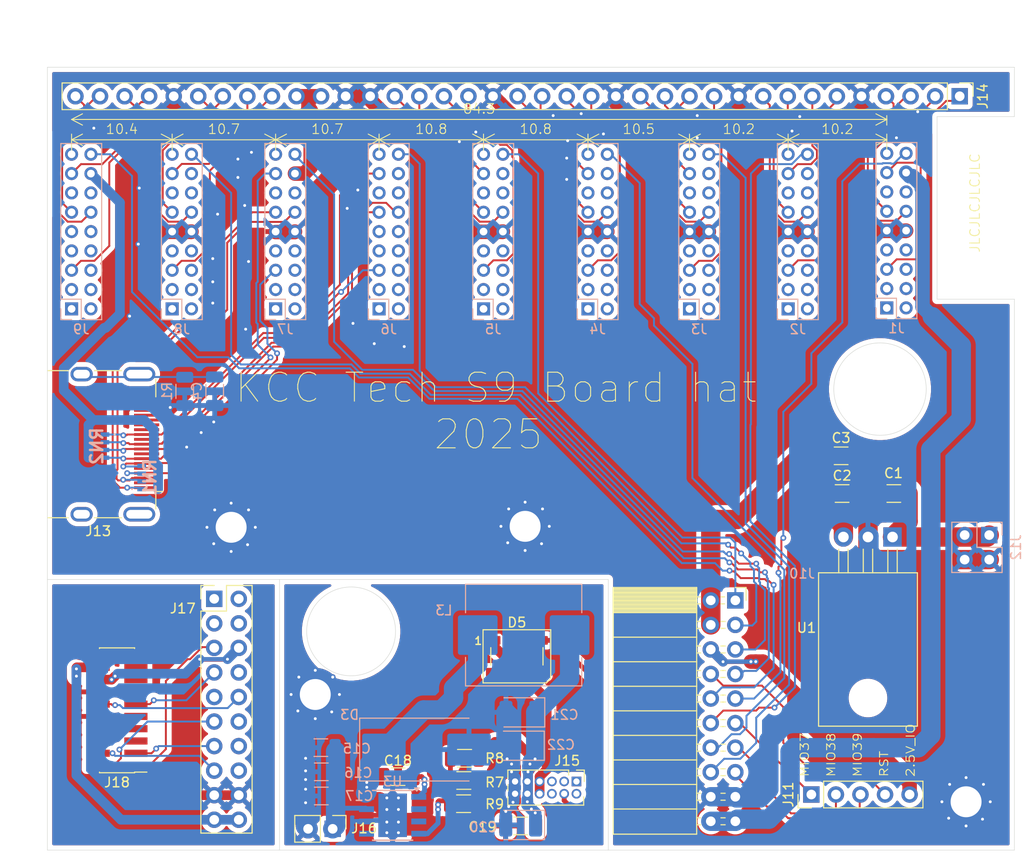
<source format=kicad_pcb>
(kicad_pcb (version 20241229) (generator "pcbnew") (generator_version "9.0")
  (layers (0 "F.Cu" signal) (2 "B.Cu" signal) (13 "F.Paste" user) (15 "B.Paste" user) (5 "F.SilkS" user "F.Silkscreen") (7 "B.SilkS" user "B.Silkscreen") (1 "F.Mask" user) (3 "B.Mask" user) (25 "Edge.Cuts" user))
  (net 0 "")
  (net 8 "/DATA4")
  (net 21 "/DIR")
  (net 34 "/PS_MIO30")
  (net 39 "/NXT")
  (net 48 "/DATA0")
  (net 60 "/BANK34_L12P_TXD6")
  (net 62 "/BANK34_L11N_RST6")
  (net 72 "/BANK34_L11P_PLUG6")
  (net 75 "/DATA1")
  (net 76 "/BANK34_L12N_RXD6")
  (net 77 "/DATA2")
  (net 78 "/BANK34_L16N_RXD7")
  (net 84 "/BANK34_L15P__PLUG7")
  (net 87 "/BANK34_L15N_RST7")
  (net 91 "/BANK34_L16P_TXD7")
  (net 98 "/DATA3")
  (net 112 "/CLK")
  (net 116 "/3.3V")
  (net 117 "/RST")
  (net 118 "/DATA7")
  (net 119 "/DATA5")
  (net 120 "/DATA6")
  (net 121 "GND")
  (net 132 "+12V")
  (net 133 "+5V")
  (net 134 "/BANK34_L1N_RST1")
  (net 135 "/BANK34_L2N_RXD1")
  (net 136 "/BANK34_L2P_TXD1")
  (net 137 "/BANK34_L1P_PLUG1")
  (net 138 "/BANK34_L4N_RXD2")
  (net 139 "/BANK34_0_PLUG2")
  (net 140 "/BANK34_L3N_RST2")
  (net 141 "/BANK34_L4P_TXD2")
  (net 142 "/BANK34_L6P_TXD3")
  (net 143 "/BANK34_L5N_RST3")
  (net 144 "/BANK34_L5P_PLUG3")
  (net 145 "/BANK34_L6N_RXD3")
  (net 146 "/BANK34_L7P_PLUG4")
  (net 147 "/BANK34_L8N_RXD4")
  (net 148 "/BANK34_L7N_RST4")
  (net 149 "/BANK34_L8P_TXD4")
  (net 150 "/BANK34_L9N_RST5")
  (net 151 "/BANK34_L10N_RXD5")
  (net 152 "/BANK34_L9P_PLUG5")
  (net 153 "/BANK34_L10P_TXD5")
  (net 154 "/BANK34_L18P_TXD8")
  (net 155 "/BANK34_L17N_RST8")
  (net 156 "/BANK34_L18N_RXD8")
  (net 157 "/BANK34_L17P_PLUG8")
  (net 158 "/BANK34_L20N_RXD9")
  (net 159 "/BANK34_L20P_TXD9")
  (net 160 "/BANK34_L19N_RST9")
  (net 161 "/BANK34_L19P_PLUG9")
  (net 162 "Net-(C4-Pad1)")
  (net 163 "/+VIN")
  (net 164 "Net-(D3-K)")
  (net 165 "Net-(U3-BOOT)")
  (net 166 "+5.0v")
  (net 167 "+3.3V")
  (net 169 "Ext_IO_13")
  (net 170 "Ext_IO_10")
  (net 171 "Ext_IO_11")
  (net 172 "Ext_IO_14")
  (net 173 "Ext_IO_12")
  (net 174 "Ext_IO_21")
  (net 175 "Net-(U3-VSENSE)")
  (net 188 "/SD­_3.3V")
  (net 189 "/SD_D3")
  (net 190 "/SD_D2")
  (net 191 "/SD_D1")
  (net 192 "/SD­­_CMD")
  (net 193 "/SD_D0")
  (net 194 "/SD­_VCC_IO")
  (net 195 "/SD­_CLK")
  (net 204 "/2.5VCC_IO")
  (footprint "Connector_PinHeader_2.54mm:PinHeader_1x37_P2.54mm_Vertical" (layer "F.Cu") (at 119.34 44 -90)
    (property "Reference" "J14")
    (property "Value" "PL Pins")
  )
  (footprint "Connector_PinHeader_1.27mm:PinHeader_2x10_P1.27mm_Vertical_SMD" (layer "F.Cu") (at 32.2 107.535 180)
    (property "Reference" "J18")
    (property "Value" "EMMC_CONN")
  )
  (footprint "Connector_PinSocket_2.54mm:PinSocket_2x10_P2.54mm_Horizontal" (layer "F.Cu") (at 96.14 96.16)
    (property "Reference" "J10")
    (property "Value" "Expansion Board")
  )
  (footprint "Capacitor_SMD:C_1206_3216Metric_Pad1.33x1.80mm_HandSolder" (layer "F.Cu") (at 73.9375 119.5 180)
    (property "Reference" "C19")
    (property "Value" "10uf 50v")
  )
  (footprint "Connector_PinHeader_1.27mm:PinHeader_2x06_P1.27mm_Vertical" (layer "F.Cu") (at 79.71 114.9 -90)
    (property "Reference" "J15")
    (property "Value" "Conn_02x06 Extension" (hide yes))
  )
  (footprint "Connector_PinHeader_2.54mm:PinHeader_1x02_P2.54mm_Vertical" (layer "F.Cu") (at 54.5 119.8 -90)
    (property "Reference" "J16")
    (property "Value" "Conn_01x02_Pin" (hide yes))
  )
  (footprint "Connector_Video:HDMI_A_Molex_208658-1001_Horizontal" (layer "F.Cu") (at 31.975 80 180)
    (property "Reference" "J13")
    (property "Value" "HDMI_A")
  )
  (footprint "LED_SMD:LED_WS2812B_PLCC4_5.0x5.0mm_P3.2mm" (layer "F.Cu") (at 73.55 101.95)
    (property "Reference" "D5")
    (property "Value" "WS2812B-B/T" (hide yes))
  )
  (footprint "Resistor_SMD:R_1206_3216Metric" (layer "F.Cu") (at 68.1375 112.5 180)
    (property "Reference" "R7")
    (property "Value" "10k" (hide yes))
  )
  (footprint "Capacitor_SMD:C_1206_3216Metric_Pad1.33x1.80mm_HandSolder" (layer "F.Cu") (at 61.2625 114.4 180)
    (property "Reference" "C18")
    (property "Value" "10n" (hide yes))
  )
  (footprint "Resistor_SMD:R_1206_3216Metric" (layer "F.Cu") (at 68.0375 117.2)
    (property "Reference" "R9")
    (property "Value" "150k" (hide yes))
  )
  (footprint "Capacitor_SMD:C_1206_3216Metric" (layer "F.Cu") (at 107.18 85.105)
    (property "Reference" "C2")
    (property "Value" "100 uf 10v")
  )
  (footprint "Package_TO_SOT_THT:TO-220-3_Horizontal_TabDown" (layer "F.Cu") (at 112.395 89.605 180)
    (property "Reference" "U1")
    (property "Value" "L7805")
  )
  (footprint "Capacitor_SMD:C_1206_3216Metric" (layer "F.Cu") (at 112.53 85.105 180)
    (property "Reference" "C1")
    (property "Value" "47uf 25v")
  )
  (footprint "Capacitor_SMD:C_1206_3216Metric" (layer "F.Cu") (at 107.08 81.205)
    (property "Reference" "C3")
    (property "Value" "100n")
  )
  (footprint "Connector_PinHeader_2.54mm:PinHeader_2x10_P2.54mm_Vertical" (layer "F.Cu") (at 42.25 96)
    (property "Reference" "J17")
    (property "Value" "SD_MODULE_CONN")
  )
  (footprint "Connector_PinHeader_2.54mm:PinHeader_1x05_P2.54mm_Vertical" (layer "F.Cu") (at 104 116.25 90)
    (property "Reference" "J11")
    (property "Value" "Aux_mio_conn")
  )
  (footprint "Resistor_SMD:R_1206_3216Metric" (layer "F.Cu") (at 68.0625 114.8)
    (property "Reference" "R8")
    (property "Value" "3k3" (hide yes))
  )
  (footprint "SamacSys_Parts:TC164FR0749R9L" (layer "B.Cu") (at 30.1 80.2 -90)
    (property "Reference" "RN2")
    (property "Value" "TC164-FR-0749R9L" (hide yes))
  )
  (footprint "SamacSys_Parts:TC164FR0749R9L" (layer "B.Cu") (at 35.6 83.45 90)
    (property "Reference" "RN1")
    (property "Value" "TC164-FR-0749R9L" (hide yes))
  )
  (footprint "Capacitor_SMD:C_1206_3216Metric" (layer "B.Cu") (at 42.3 74.525 -90)
    (property "Reference" "C4")
    (property "Value" "1n")
  )
  (footprint "Capacitor_Tantalum_SMD:CP_EIA-3528-12_Kemet-T" (layer "B.Cu") (at 73.96 107.75 180)
    (property "Reference" "C21")
    (property "Value" "47uf 10v" (hide yes))
  )
  (footprint "Connector_PinHeader_2.00mm:PinHeader_2x09_P2.00mm_Vertical" (layer "B.Cu") (at 101.6 66)
    (property "Reference" "J2")
    (property "Value" "Conn_02x09_Odd_Even" (hide yes))
  )
  (footprint "Connector_PinSocket_2.54mm:PinSocket_2x02_P2.54mm_Vertical" (layer "B.Cu") (at 122.395 89.405 90)
    (property "Reference" "J12")
    (property "Value" "12v Pwr")
  )
  (footprint "Connector_PinHeader_2.00mm:PinHeader_2x09_P2.00mm_Vertical" (layer "B.Cu") (at 37.9 66)
    (property "Reference" "J8")
    (property "Value" "Conn_02x09_Odd_Even" (hide yes))
  )
  (footprint "Connector_PinHeader_2.00mm:PinHeader_2x09_P2.00mm_Vertical" (layer "B.Cu") (at 48.6 66)
    (property "Reference" "J7")
    (property "Value" "Conn_02x09_Odd_Even" (hide yes))
  )
  (footprint "Connector_PinHeader_2.00mm:PinHeader_2x09_P2.00mm_Vertical" (layer "B.Cu") (at 59.3 66)
    (property "Reference" "J6")
    (property "Value" "Conn_02x09_Odd_Even" (hide yes))
  )
  (footprint "Connector_PinHeader_2.00mm:PinHeader_2x09_P2.00mm_Vertical" (layer "B.Cu") (at 80.9 66)
    (property "Reference" "J4")
    (property "Value" "Conn_02x09_Odd_Even" (hide yes))
  )
  (footprint "Capacitor_Tantalum_SMD:CP_EIA-3528-12_Kemet-T" (layer "B.Cu") (at 73.91 111.2 180)
    (property "Reference" "C22")
    (property "Value" "47uf 10v" (hide yes))
  )
  (footprint "Package_SO:TI_SO-PowerPAD-8_ThermalVias" (layer "B.Cu") (at 60.7 118.4 180)
    (property "Reference" "U3")
    (property "Value" "TPS5430DDA" (hide yes))
  )
  (footprint "Capacitor_SMD:C_1206_3216Metric" (layer "B.Cu") (at 53.325 116.4 180)
    (property "Reference" "C17")
    (property "Value" "22uf 25v" (hide yes))
  )
  (footprint "Diode_SMD:D_SMC_Handsoldering" (layer "B.Cu") (at 64.2 111.6)
    (property "Reference" "D3")
    (property "Value" "SS54")
  )
  (footprint "Capacitor_Tantalum_SMD:CP_EIA-3528-12_Kemet-T" (layer "B.Cu") (at 73.94 119.4 180)
    (property "Reference" "C20")
    (property "Value" "47uf 10v")
  )
  (footprint "Capacitor_SMD:C_1206_3216Metric" (layer "B.Cu") (at 53.325 113.9 180)
    (property "Reference" "C16")
    (property "Value" "22uf 25v" (hide yes))
  )
  (footprint "Resistor_SMD:R_1206_3216Metric" (layer "B.Cu") (at 39.2 74.5375 -90)
    (property "Reference" "R1")
    (property "Value" "1m")
  )
  (footprint "Capacitor_SMD:C_1206_3216Metric" (layer "B.Cu") (at 53.275 111.4 180)
    (property "Reference" "C15")
    (property "Value" "22uf 25v" (hide yes))
  )
  (footprint "Connector_PinHeader_2.00mm:PinHeader_2x09_P2.00mm_Vertical" (layer "B.Cu") (at 70.1 66)
    (property "Reference" "J5")
    (property "Value" "Conn_02x09_Odd_Even" (hide yes))
  )
  (footprint "Inductor_SMD:L_Sunlord_MWSA1003S" (layer "B.Cu") (at 74.25 99.75)
    (property "Reference" "L3")
    (property "Value" "22uh 4A")
  )
  (footprint "Connector_PinHeader_2.00mm:PinHeader_2x09_P2.00mm_Vertical" (layer "B.Cu") (at 111.8 65.9)
    (property "Reference" "J1")
    (property "Value" "Conn_02x09_Odd_Even" (hide yes))
  )
  (footprint "Connector_PinHeader_2.00mm:PinHeader_2x09_P2.00mm_Vertical" (layer "B.Cu") (at 27.5 66)
    (property "Reference" "J9")
    (property "Value" "Conn_02x09_Odd_Even" (hide yes))
  )
  (footprint "Connector_PinHeader_2.00mm:PinHeader_2x09_P2.00mm_Vertical" (layer "B.Cu") (at 91.4 66)
    (property "Reference" "J3")
    (property "Value" "Conn_02x09_Odd_Even" (hide yes))
  )
  (gr_line (start 25 41) (end 125 41) (stroke (width 0.05)) (layer "Edge.Cuts"))
  (gr_circle (center 56.407387 99.368899) (end 61 99.25) (stroke (width 0.05)) (fill no) (layer "Edge.Cuts"))
  (gr_line (start 25 94) (end 83 94) (stroke (width 0.05)) (layer "Edge.Cuts"))
  (gr_line (start 117 46.1) (end 125 46.1) (stroke (width 0.05)) (layer "Edge.Cuts"))
  (gr_line (start 117 65) (end 117 46.1) (stroke (width 0.05)) (layer "Edge.Cuts"))
  (gr_line (start 117 65) (end 125 65) (stroke (width 0.05)) (layer "Edge.Cuts"))
  (gr_line (start 125 46.1) (end 125 41) (stroke (width 0.05)) (layer "Edge.Cuts"))
  (gr_line (start 83 94) (end 83 122) (stroke (width 0.05)) (layer "Edge.Cuts"))
  (gr_circle (center 111.1 74.3) (end 115.7 75.6) (stroke (width 0.05)) (fill no) (layer "Edge.Cuts"))
  (gr_line (start 49 122) (end 49 94) (stroke (width 0.05)) (layer "Edge.Cuts"))
  (gr_line (start 125 122) (end 25 122) (stroke (width 0.05)) (layer "Edge.Cuts"))
  (gr_line (start 125 122) (end 125 65) (stroke (width 0.05)) (layer "Edge.Cuts"))
  (gr_line (start 25 122) (end 25 41) (stroke (width 0.05)) (layer "Edge.Cuts"))
  (gr_text "JLCJLCJLCJLC" (at 121.5 60.25 90) (layer "F.SilkS") (effects (font (size 1 1) (thickness 0.1)) (justify left bottom)))
  (gr_text "KCC Tech S9 Board hat\n         2025" (at 44.25 80.75 0) (layer "F.SilkS") (effects (font (size 3 3) (thickness 0.1)) (justify left bottom)))
  (gr_text "MIO37\n\nMIO38\n\nMIO39\n\nRST\n\n2.5V_IO" (at 114.75 114.5 90) (layer "F.SilkS") (effects (font (size 0.85 1) (thickness 0.1)) (justify left bottom)))
  (dimension (type orthogonal) (layer "F.SilkS") (pts (xy 27.5 50.5) (xy 37.9 50.7)) (height -2) (orientation 0) (format (prefix "") (suffix "") (units 3) (units_format 0) (precision 4) (suppress_zeroes yes)) (style (thickness 0.1) (arrow_length 1.27) (text_position_mode 0) (arrow_direction outward) (extension_height 0.58642) (extension_offset 0.5) (keep_text_aligned yes)) (gr_text "10,4" (at 32.7 47.4 0) (layer "F.SilkS") (effects (font (size 1 1) (thickness 0.1)))))
  (dimension (type orthogonal) (layer "F.SilkS") (pts (xy 48.6 48.5) (xy 59.3 50.7)) (height 0) (orientation 0) (format (prefix "") (suffix "") (units 3) (units_format 0) (precision 4) (suppress_zeroes yes)) (style (thickness 0.1) (arrow_length 1.27) (text_position_mode 0) (arrow_direction outward) (extension_height 0.58642) (extension_offset 0.5) (keep_text_aligned yes)) (gr_text "10,7" (at 53.95 47.4 0) (layer "F.SilkS") (effects (font (size 1 1) (thickness 0.1)))))
  (dimension (type orthogonal) (layer "F.SilkS") (pts (xy 37.9 48.5) (xy 48.6 50.7)) (height 0) (orientation 0) (format (prefix "") (suffix "") (units 3) (units_format 0) (precision 4) (suppress_zeroes yes)) (style (thickness 0.1) (arrow_length 1.27) (text_position_mode 0) (arrow_direction outward) (extension_height 0.58642) (extension_offset 0.5) (keep_text_aligned yes)) (gr_text "10,7" (at 43.25 47.4 0) (layer "F.SilkS") (effects (font (size 1 1) (thickness 0.1)))))
  (dimension (type orthogonal) (layer "F.SilkS") (pts (xy 80.9 48.5) (xy 91.4 50.5)) (height 0) (orientation 0) (format (prefix "") (suffix "") (units 3) (units_format 0) (precision 4) (suppress_zeroes yes)) (style (thickness 0.1) (arrow_length 1.27) (text_position_mode 0) (arrow_direction outward) (extension_height 0.58642) (extension_offset 0.5) (keep_text_aligned yes)) (gr_text "10,5" (at 86.15 47.4 0) (layer "F.SilkS") (effects (font (size 1 1) (thickness 0.1)))))
  (dimension (type orthogonal) (layer "F.SilkS") (pts (xy 27.5 46.4) (xy 111.8 45.5)) (height 0) (orientation 0) (format (prefix "") (suffix "") (units 3) (units_format 0) (precision 4) (suppress_zeroes yes)) (style (thickness 0.1) (arrow_length 1.27) (text_position_mode 0) (arrow_direction outward) (extension_height 0.58642) (extension_offset 0.5) (keep_text_aligned yes)) (gr_text "84,3" (at 69.65 45.3 0) (layer "F.SilkS") (effects (font (size 1 1) (thickness 0.1)))))
  (dimension (type orthogonal) (layer "F.SilkS") (pts (xy 101.6 48.5) (xy 111.8 50.7)) (height 0) (orientation 0) (format (prefix "") (suffix "") (units 3) (units_format 0) (precision 4) (suppress_zeroes yes)) (style (thickness 0.1) (arrow_length 1.27) (text_position_mode 0) (arrow_direction outward) (extension_height 0.58642) (extension_offset 0.5) (keep_text_aligned yes)) (gr_text "10,2" (at 106.7 47.4 0) (layer "F.SilkS") (effects (font (size 1 1) (thickness 0.1)))))
  (dimension (type orthogonal) (layer "F.SilkS") (pts (xy 70.1 48.5) (xy 80.9 50.7)) (height 0) (orientation 0) (format (prefix "") (suffix "") (units 3) (units_format 0) (precision 4) (suppress_zeroes yes)) (style (thickness 0.1) (arrow_length 1.27) (text_position_mode 0) (arrow_direction outward) (extension_height 0.58642) (extension_offset 0.5) (keep_text_aligned yes)) (gr_text "10,8" (at 75.5 47.4 0) (layer "F.SilkS") (effects (font (size 1 1) (thickness 0.1)))))
  (dimension (type orthogonal) (layer "F.SilkS") (pts (xy 91.4 48.5) (xy 101.6 50.7)) (height 0) (orientation 0) (format (prefix "") (suffix "") (units 3) (units_format 0) (precision 4) (suppress_zeroes yes)) (style (thickness 0.1) (arrow_length 1.27) (text_position_mode 0) (arrow_direction outward) (extension_height 0.58642) (extension_offset 0.5) (keep_text_aligned yes)) (gr_text "10,2" (at 96.5 47.4 0) (layer "F.SilkS") (effects (font (size 1 1) (thickness 0.1)))))
  (dimension (type orthogonal) (layer "F.SilkS") (pts (xy 59.3 48.5) (xy 70.1 50.7)) (height 0) (orientation 0) (format (prefix "") (suffix "") (units 3) (units_format 0) (precision 4) (suppress_zeroes yes)) (style (thickness 0.1) (arrow_length 1.27) (text_position_mode 0) (arrow_direction outward) (extension_height 0.58642) (extension_offset 0.5) (keep_text_aligned yes)) (gr_text "10,8" (at 64.7 47.4 0) (layer "F.SilkS") (effects (font (size 1 1) (thickness 0.1)))))
  (segment (start 100.601 92.701) (end 100.9 92.402) (width 0.2) (layer "F.Cu") (net 8))
  (segment (start 100.601 93.3) (end 100.601 92.701) (width 0.2) (layer "F.Cu") (net 8))
  (segment (start 100.9 89.9) (end 101.1 89.7) (width 0.2) (layer "F.Cu") (net 8))
  (segment (start 100.9 92.402) (end 100.9 89.9) (width 0.2) (layer "F.Cu") (net 8))
  (via (at 100.601 93.3) (size 0.6) (drill 0.3) (layers "F.Cu" "B.Cu") (net 8))
  (via (at 101.1 89.7) (size 0.6) (drill 0.3) (layers "F.Cu" "B.Cu") (net 8))
  (segment (start 112.204273 50.924) (end 112.256273 50.976) (width 0.2) (layer "B.Cu") (net 8))
  (segment (start 101.1 89.7) (end 101.1 76.65) (width 0.2) (layer "B.Cu") (net 8))
  (segment (start 107.2 52.8) (end 109.024 50.976) (width 0.2) (layer "B.Cu") (net 8))
  (segment (start 112.256273 50.976) (end 112.524 50.976) (width 0.2) (layer "B.Cu") (net 8))
  (segment (start 100.601 93.601) (end 100.8 93.8) (width 0.2) (layer "B.Cu") (net 8))
  (segment (start 111.343727 50.976) (end 111.395727 50.924) (width 0.2) (layer "B.Cu") (net 8))
  (segment (start 104 73.75) (end 104 70.6) (width 0.2) (layer "B.Cu") (net 8))
  (segment (start 111.395727 50.924) (end 112.204273 50.924) (width 0.2) (layer "B.Cu") (net 8))
  (segment (start 100.8 103.6) (end 98.08 106.32) (width 0.2) (layer "B.Cu") (net 8))
  (segment (start 100.601 93.3) (end 100.601 93.601) (width 0.2) (layer "B.Cu") (net 8))
  (segment (start 100.8 93.8) (end 100.8 103.6) (width 0.2) (layer "B.Cu") (net 8))
  (segment (start 112.524 50.976) (end 113.5 50) (width 0.2) (layer "B.Cu") (net 8))
  (segment (start 101.1 76.65) (end 104 73.75) (width 0.2) (layer "B.Cu") (net 8))
  (segment (start 98.08 106.32) (end 96.14 106.32) (width 0.2) (layer "B.Cu") (net 8))
  (segment (start 104 70.6) (end 107.2 67.4) (width 0.2) (layer "B.Cu") (net 8))
  (segment (start 107.2 67.4) (end 107.2 52.8) (width 0.2) (layer "B.Cu") (net 8))
  (segment (start 109.024 50.976) (end 111.343727 50.976) (width 0.2) (layer "B.Cu") (net 8))
  (segment (start 98.3 107.56) (end 94.9 107.56) (width 0.2) (layer "F.Cu") (net 21))
  (segment (start 98.6 107.26) (end 98.3 107.56) (width 0.2) (layer "F.Cu") (net 21))
  (segment (start 94.9 107.56) (end 93.6 108.86) (width 0.2) (layer "F.Cu") (net 21))
  (segment (start 100.18853 107.26) (end 98.6 107.26) (width 0.2) (layer "F.Cu") (net 21))
  (via (at 100.18853 107.26) (size 0.6) (drill 0.3) (layers "F.Cu" "B.Cu") (net 21))
  (segment (start 97.75 52) (end 98.726 51.024) (width 0.2) (layer "B.Cu") (net 21))
  (segment (start 100.18853 107.26) (end 102.3 105.14853) (width 0.2) (layer "B.Cu") (net 21))
  (segment (start 97.7 78) (end 97.75 77.95) (width 0.2) (layer "B.Cu") (net 21))
  (segment (start 98.726 51.024) (end 101.976 51.024) (width 0.2) (layer "B.Cu") (net 21))
  (segment (start 102.3 92.6) (end 97.7 88) (width 0.2) (layer "B.Cu") (net 21))
  (segment (start 101.976 51.024) (end 103 50) (width 0.2) (layer "B.Cu") (net 21))
  (segment (start 97.75 77.95) (end 97.75 52) (width 0.2) (layer "B.Cu") (net 21))
  (segment (start 102.3 105.14853) (end 102.3 92.6) (width 0.2) (layer "B.Cu") (net 21))
  (segment (start 97.7 88) (end 97.7 78) (width 0.2) (layer "B.Cu") (net 21))
  (segment (start 93.4 50) (end 94.75 50) (width 0.2) (layer "B.Cu") (net 34))
  (segment (start 94.989 112.551) (end 93.6 113.94) (width 0.2) (layer "B.Cu") (net 34))
  (segment (start 96.649 112.551) (end 94.989 112.551) (width 0.2) (layer "B.Cu") (net 34))
  (segment (start 101.7 104.9) (end 98.3 108.3) (width 0.2) (layer "B.Cu") (net 34))
  (segment (start 98.3 110.9) (end 96.649 112.551) (width 0.2) (layer "B.Cu") (net 34))
  (segment (start 101.7 92.7) (end 101.7 104.9) (width 0.2) (layer "B.Cu") (net 34))
  (segment (start 94.75 50) (end 97.2 52.45) (width 0.2) (layer "B.Cu") (net 34))
  (segment (start 98.3 108.3) (end 98.3 110.9) (width 0.2) (layer "B.Cu") (net 34))
  (segment (start 97.2 88.2) (end 101.7 92.7) (width 0.2) (layer "B.Cu") (net 34))
  (segment (start 97.2 52.45) (end 97.2 88.2) (width 0.2) (layer "B.Cu") (net 34))
  (segment (start 97.291 108.109) (end 97.291 109.33676) (width 0.2) (layer "B.Cu") (net 39))
  (segment (start 91.7 83.5) (end 101.201 93.001) (width 0.2) (layer "B.Cu") (net 39))
  (segment (start 87.726 67.726) (end 91.7 71.7) (width 0.2) (layer "B.Cu") (net 39))
  (segment (start 101.2 104.2) (end 97.291 108.109) (width 0.2) (layer "B.Cu") (net 39))
  (segment (start 96.61676 110.011) (end 95.749 110.011) (width 0.2) (layer "B.Cu") (net 39))
  (segment (start 87.726 66.976) (end 87.726 67.726) (width 0.2) (layer "B.Cu") (net 39))
  (segment (start 91.7 71.7) (end 91.7 83.5) (width 0.2) (layer "B.Cu") (net 39))
  (segment (start 101.201 93.001) (end 101.201 103.7661) (width 0.2) (layer "B.Cu") (net 39))
  (segment (start 97.291 109.33676) (end 96.61676 110.011) (width 0.2) (layer "B.Cu") (net 39))
  (segment (start 101.201 103.7661) (end 101.2 103.7671) (width 0.2) (layer "B.Cu") (net 39))
  (segment (start 86.25 65.5) (end 87.726 66.976) (width 0.2) (layer "B.Cu") (net 39))
  (segment (start 101.2 103.7671) (end 101.2 104.2) (width 0.2) (layer "B.Cu") (net 39))
  (segment (start 83.25 50) (end 86.25 53) (width 0.2) (layer "B.Cu") (net 39))
  (segment (start 94.36 111.4) (end 93.6 111.4) (width 0.2) (layer "B.Cu") (net 39))
  (segment (start 86.25 53) (end 86.25 65.5) (width 0.2) (layer "B.Cu") (net 39))
  (segment (start 95.749 110.011) (end 94.36 111.4) (width 0.2) (layer "B.Cu") (net 39))
  (segment (start 75.75 74.75) (end 90.66 89.66) (width 0.2) (layer "B.Cu") (net 48))
  (segment (start 95.6 89.66) (end 96.14 90.2) (width 0.2) (layer "B.Cu") (net 48))
  (segment (start 73.75 50) (end 75.75 52) (width 0.2) (layer "B.Cu") (net 48))
  (segment (start 72.1 50) (end 73.75 50) (width 0.2) (layer "B.Cu") (net 48))
  (segment (start 90.66 89.66) (end 95.6 89.66) (width 0.2) (layer "B.Cu") (net 48))
  (segment (start 75.75 52) (end 75.75 74.75) (width 0.2) (layer "B.Cu") (net 48))
  (segment (start 96.14 90.2) (end 96.14 96.16) (width 0.2) (layer "B.Cu") (net 48))
  (segment (start 48.349 69.901) (end 51.1661 69.901) (width 0.2) (layer "F.Cu") (net 60))
  (segment (start 32.85 81.484596) (end 32.865404 81.5) (width 0.2) (layer "F.Cu") (net 60))
  (segment (start 56.5 64.5671) (end 56.5 57.5) (width 0.2) (layer "F.Cu") (net 60))
  (segment (start 58 56) (end 59 56) (width 0.2) (layer "F.Cu") (net 60))
  (segment (start 56.5 57.5) (end 58 56) (width 0.2) (layer "F.Cu") (net 60))
  (segment (start 51.1661 69.901) (end 56.5 64.5671) (width 0.2) (layer "F.Cu") (net 60))
  (segment (start 36.75 81.5) (end 48.349 69.901) (width 0.2) (layer "F.Cu") (net 60))
  (segment (start 35.26 81.5) (end 36.75 81.5) (width 0.2) (layer "F.Cu") (net 60))
  (segment (start 32.865404 81.5) (end 35.26 81.5) (width 0.2) (layer "F.Cu") (net 60))
  (via (at 32.85 81.484596) (size 0.6) (drill 0.3) (layers "F.Cu" "B.Cu") (net 60))
  (segment (start 32.765404 81.4) (end 32.85 81.484596) (width 0.2) (layer "B.Cu") (net 60))
  (segment (start 30.95 81.4) (end 32.765404 81.4) (width 0.2) (layer "B.Cu") (net 60))
  (segment (start 32.85 79.084587) (end 33.165413 79.084587) (width 0.2) (layer "F.Cu") (net 62))
  (segment (start 35.26 79) (end 36.812 79) (width 0.2) (layer "F.Cu") (net 62))
  (segment (start 50.25 68.5) (end 55.25 63.5) (width 0.2) (layer "F.Cu") (net 62))
  (segment (start 33.25 79) (end 35.26 79) (width 0.2) (layer "F.Cu") (net 62))
  (segment (start 33.165413 79.084587) (end 33.25 79) (width 0.2) (layer "F.Cu") (net 62))
  (segment (start 55.25 54.25) (end 57.5 52) (width 0.2) (layer "F.Cu") (net 62))
  (segment (start 47.312 68.5) (end 50.25 68.5) (width 0.2) (layer "F.Cu") (net 62))
  (segment (start 36.812 79) (end 47.312 68.5) (width 0.2) (layer "F.Cu") (net 62))
  (segment (start 57.5 52) (end 59 52) (width 0.2) (layer "F.Cu") (net 62))
  (segment (start 55.25 63.5) (end 55.25 54.25) (width 0.2) (layer "F.Cu") (net 62))
  (via (at 32.85 79.084587) (size 0.6) (drill 0.3) (layers "F.Cu" "B.Cu") (net 62))
  (segment (start 32.765413 79) (end 32.85 79.084587) (width 0.2) (layer "B.Cu") (net 62))
  (segment (start 30.95 79) (end 32.765413 79) (width 0.2) (layer "B.Cu") (net 62))
  (segment (start 37.25 79.5) (end 36.861 79.889) (width 0.2) (layer "F.Cu") (net 72))
  (segment (start 36.861 79.951) (end 36.299 79.951) (width 0.2) (layer "F.Cu") (net 72))
  (segment (start 33.5 80) (end 35.26 80) (width 0.2) (layer "F.Cu") (net 72))
  (segment (start 36.861 79.889) (end 36.861 79.951) (width 0.2) (layer "F.Cu") (net 72))
  (segment (start 47.3791 69) (end 37.25 79.1291) (width 0.2) (layer "F.Cu") (net 72))
  (segment (start 55.25 64.25) (end 50.5 69) (width 0.2) (layer "F.Cu") (net 72))
  (segment (start 55.374265 64.25) (end 55.25 64.25) (width 0.2) (layer "F.Cu") (net 72))
  (segment (start 33.38459 79.88459) (end 33.5 80) (width 0.2) (layer "F.Cu") (net 72))
  (segment (start 32.85 79.88459) (end 33.38459 79.88459) (width 0.2) (layer "F.Cu") (net 72))
  (segment (start 37.25 79.1291) (end 37.25 79.5) (width 0.2) (layer "F.Cu") (net 72))
  (segment (start 50.5 69) (end 47.3791 69) (width 0.2) (layer "F.Cu") (net 72))
  (via (at 55.374265 64.25) (size 0.6) (drill 0.3) (layers "F.Cu" "B.Cu") (net 72))
  (via (at 32.85 79.88459) (size 0.6) (drill 0.3) (layers "F.Cu" "B.Cu") (net 72))
  (segment (start 30.95 79.8) (end 32.76541 79.8) (width 0.2) (layer "B.Cu") (net 72))
  (segment (start 55.374265 64.25) (end 57.624265 62) (width 0.2) (layer "B.Cu") (net 72))
  (segment (start 57.624265 62) (end 59 62) (width 0.2) (layer "B.Cu") (net 72))
  (segment (start 32.76541 79.8) (end 32.85 79.88459) (width 0.2) (layer "B.Cu") (net 72))
  (segment (start 95.7 90.7) (end 95.4 90.4) (width 0.2) (layer "F.Cu") (net 75))
  (segment (start 96.74 91.3) (end 96.14 90.7) (width 0.2) (layer "F.Cu") (net 75))
  (segment (start 96.14 90.7) (end 95.7 90.7) (width 0.2) (layer "F.Cu") (net 75))
  (via (at 95.4 90.4) (size 0.6) (drill 0.3) (layers "F.Cu" "B.Cu") (net 75))
  (via (at 96.74 91.3) (size 0.6) (drill 0.3) (layers "F.Cu" "B.Cu") (net 75))
  (segment (start 63.5 72.4) (end 63.5 51) (width 0.2) (layer "B.Cu") (net 75))
  (segment (start 63.5 51) (end 62.5 50) (width 0.2) (layer "B.Cu") (net 75))
  (segment (start 62.5 50) (end 61 50) (width 0.2) (layer "B.Cu") (net 75))
  (segment (start 98.297 94.741143) (end 98.3 94.744143) (width 0.2) (layer "B.Cu") (net 75))
  (segment (start 98.066329 94.223383) (end 98.297 94.454054) (width 0.2) (layer "B.Cu") (net 75))
  (segment (start 95.4 90.4) (end 95.26 90.26) (width 0.2) (layer "B.Cu") (net 75))
  (segment (start 65.2 74.1) (end 63.5 72.4) (width 0.2) (layer "B.Cu") (net 75))
  (segment (start 98.3 94.744143) (end 98.3 98.36) (width 0.2) (layer "B.Cu") (net 75))
  (segment (start 98.066329 92.961) (end 98.066329 94.223383) (width 0.2) (layer "B.Cu") (net 75))
  (segment (start 97.699 92.608943) (end 98.051057 92.961) (width 0.2) (layer "B.Cu") (net 75))
  (segment (start 74.4 74.1) (end 65.2 74.1) (width 0.2) (layer "B.Cu") (net 75))
  (segment (start 98.051057 92.961) (end 98.066329 92.961) (width 0.2) (layer "B.Cu") (net 75))
  (segment (start 97.699 92.259) (end 97.699 92.608943) (width 0.2) (layer "B.Cu") (net 75))
  (segment (start 90.56 90.26) (end 74.4 74.1) (width 0.2) (layer "B.Cu") (net 75))
  (segment (start 98.3 98.36) (end 97.9 98.76) (width 0.2) (layer "B.Cu") (net 75))
  (segment (start 97.9 98.76) (end 96.2 98.76) (width 0.2) (layer "B.Cu") (net 75))
  (segment (start 95.26 90.26) (end 90.56 90.26) (width 0.2) (layer "B.Cu") (net 75))
  (segment (start 96.74 91.3) (end 97.699 92.259) (width 0.2) (layer "B.Cu") (net 75))
  (segment (start 98.297 94.454054) (end 98.297 94.741143) (width 0.2) (layer "B.Cu") (net 75))
  (segment (start 58.595727 55.024) (end 60.024 55.024) (width 0.2) (layer "F.Cu") (net 76))
  (segment (start 56.099 57.3339) (end 57.8339 55.599) (width 0.2) (layer "F.Cu") (net 76))
  (segment (start 32.85 80.684593) (end 33.034593 80.5) (width 0.2) (layer "F.Cu") (net 76))
  (segment (start 57.8339 55.599) (end 58.020727 55.599) (width 0.2) (layer "F.Cu") (net 76))
  (segment (start 48.1829 69.5) (end 51 69.5) (width 0.2) (layer "F.Cu") (net 76))
  (segment (start 56.099 64.401) (end 56.099 57.3339) (width 0.2) (layer "F.Cu") (net 76))
  (segment (start 60.024 55.024) (end 61 56) (width 0.2) (layer "F.Cu") (net 76))
  (segment (start 37.1829 80.5) (end 48.1829 69.5) (width 0.2) (layer "F.Cu") (net 76))
  (segment (start 35.26 80.5) (end 37.1829 80.5) (width 0.2) (layer "F.Cu") (net 76))
  (segment (start 51 69.5) (end 56.099 64.401) (width 0.2) (layer "F.Cu") (net 76))
  (segment (start 33.034593 80.5) (end 35.26 80.5) (width 0.2) (layer "F.Cu") (net 76))
  (segment (start 58.020727 55.599) (end 58.595727 55.024) (width 0.2) (layer "F.Cu") (net 76))
  (via (at 32.85 80.684593) (size 0.6) (drill 0.3) (layers "F.Cu" "B.Cu") (net 76))
  (segment (start 32.765407 80.6) (end 32.85 80.684593) (width 0.2) (layer "B.Cu") (net 76))
  (segment (start 30.95 80.6) (end 32.765407 80.6) (width 0.2) (layer "B.Cu") (net 76))
  (segment (start 95.5 91.36) (end 96.5 92.36) (width 0.2) (layer "F.Cu") (net 77))
  (segment (start 96.5 92.36) (end 98.3 92.36) (width 0.2) (layer "F.Cu") (net 77))
  (via (at 98.3 92.36) (size 0.6) (drill 0.3) (layers "F.Cu" "B.Cu") (net 77))
  (via (at 95.5 91.36) (size 0.6) (drill 0.3) (layers "F.Cu" "B.Cu") (net 77))
  (segment (start 99.198 95.0922) (end 99.198 95.1922) (width 0.2) (layer "B.Cu") (net 77))
  (segment (start 99.199 95.1932) (end 99.199 100.261) (width 0.2) (layer "B.Cu") (net 77))
  (segment (start 98.898 94.775043) (end 98.898 94.7922) (width 0.2) (layer "B.Cu") (net 77))
  (segment (start 54.649 69.399) (end 54.649 54.149) (width 0.2) (layer "B.Cu") (net 77))
  (segment (start 62.8 72.3) (end 57.55 72.3) (width 0.2) (layer "B.Cu") (net 77))
  (segment (start 95.1671 91.36) (end 94.969984 91.162884) (width 0.2) (layer "B.Cu") (net 77))
  (segment (start 98.3 92.36) (end 98.3 92.525748) (width 0.2) (layer "B.Cu") (net 77))
  (segment (start 94.969984 91.162884) (end 94.962884 91.162884) (width 0.2) (layer "B.Cu") (net 77))
  (segment (start 98.898 94.7922) (end 99.198 95.0922) (width 0.2) (layer "B.Cu") (net 77))
  (segment (start 65.0339 74.501) (end 64.8329 74.3) (width 0.2) (layer "B.Cu") (net 77))
  (segment (start 98.698 94.287954) (end 98.698 94.575043) (width 0.2) (layer "B.Cu") (net 77))
  (segment (start 94.9 91.1) (end 90.7078 91.1) (width 0.2) (layer "B.Cu") (net 77))
  (segment (start 99.199 100.261) (end 98.22 101.24) (width 0.2) (layer "B.Cu") (net 77))
  (segment (start 98.3 92.525748) (end 98.6 92.825748) (width 0.2) (layer "B.Cu") (net 77))
  (segment (start 90.7078 91.1) (end 74.1078 74.5) (width 0.2) (layer "B.Cu") (net 77))
  (segment (start 54.649 54.149) (end 50.5 50) (width 0.2) (layer "B.Cu") (net 77))
  (segment (start 98.6 94.189954) (end 98.698 94.287954) (width 0.2) (layer "B.Cu") (net 77))
  (segment (start 74.1078 74.5) (end 65.302 74.5) (width 0.2) (layer "B.Cu") (net 77))
  (segment (start 57.55 72.3) (end 54.649 69.399) (width 0.2) (layer "B.Cu") (net 77))
  (segment (start 94.962884 91.162884) (end 94.9 91.1) (width 0.2) (layer "B.Cu") (net 77))
  (segment (start 99.198 95.1922) (end 99.199 95.1932) (width 0.2) (layer "B.Cu") (net 77))
  (segment (start 95.5 91.36) (end 95.1671 91.36) (width 0.2) (layer "B.Cu") (net 77))
  (segment (start 64.8329 74.3) (end 64.8 74.3) (width 0.2) (layer "B.Cu") (net 77))
  (segment (start 98.6 92.825748) (end 98.6 94.189954) (width 0.2) (layer "B.Cu") (net 77))
  (segment (start 65.301 74.501) (end 65.0339 74.501) (width 0.2) (layer "B.Cu") (net 77))
  (segment (start 65.302 74.5) (end 65.301 74.501) (width 0.2) (layer "B.Cu") (net 77))
  (segment (start 98.698 94.575043) (end 98.898 94.775043) (width 0.2) (layer "B.Cu") (net 77))
  (segment (start 98.22 101.24) (end 96.14 101.24) (width 0.2) (layer "B.Cu") (net 77))
  (segment (start 64.8 74.3) (end 62.8 72.3) (width 0.2) (layer "B.Cu") (net 77))
  (segment (start 43.59145 66.09145) (end 43.59145 59.15855) (width 0.2) (layer "F.Cu") (net 78))
  (segment (start 34 70.5) (end 36.4329 70.5) (width 0.2) (layer "F.Cu") (net 78))
  (segment (start 32.25 82.600735) (end 32.25 72.25) (width 0.2) (layer "F.Cu") (net 78))
  (segment (start 32.25 72.25) (end 34 70.5) (width 0.2) (layer "F.Cu") (net 78))
  (segment (start 33.5 83.75) (end 33.75 83.5) (width 0.2) (layer "F.Cu") (net 78))
  (segment (start 45.75 57) (end 49.5 57) (width 0.2) (layer "F.Cu") (net 78))
  (segment (start 32.767251 83.75) (end 32.3171 83.75) (width 0.2) (layer "F.Cu") (net 78))
  (segment (start 32.833949 83.683302) (end 32.767251 83.75) (width 0.2) (layer "F.Cu") (net 78))
  (segment (start 32.3171 83.75) (end 32.151 83.5839) (width 0.2) (layer "F.Cu") (net 78))
  (segment (start 41.3339 68.349) (end 43.59145 66.09145) (width 0.2) (layer "F.Cu") (net 78))
  (segment (start 32.971611 83.75) (end 33.5 83.75) (width 0.2) (layer "F.Cu") (net 78))
  (segment (start 49.5 57) (end 50.5 56) (width 0.2) (layer "F.Cu") (net 78))
  (segment (start 38.5839 68.349) (end 41.3339 68.349) (width 0.2) (layer "F.Cu") (net 78))
  (segment (start 32.904913 83.683302) (end 32.971611 83.75) (width 0.2) (layer "F.Cu") (net 78))
  (segment (start 32.151 83.5839) (end 32.151 82.699735) (width 0.2) (layer "F.Cu") (net 78))
  (segment (start 33.75 83.5) (end 35.26 83.5) (width 0.2) (layer "F.Cu") (net 78))
  (segment (start 43.59145 59.15855) (end 45.75 57) (width 0.2) (layer "F.Cu") (net 78))
  (segment (start 32.833949 83.683302) (end 32.904913 83.683302) (width 0.2) (layer "F.Cu") (net 78))
  (segment (start 32.151 82.699735) (end 32.25 82.600735) (width 0.2) (layer "F.Cu") (net 78))
  (segment (start 36.4329 70.5) (end 38.5839 68.349) (width 0.2) (layer "F.Cu") (net 78))
  (via (at 32.833949 83.683302) (size 0.6) (drill 0.3) (layers "F.Cu" "B.Cu") (net 78))
  (segment (start 34.583302 83.683302) (end 34.75 83.85) (width 0.2) (layer "B.Cu") (net 78))
  (segment (start 32.833949 83.683302) (end 34.583302 83.683302) (width 0.2) (layer "B.Cu") (net 78))
  (segment (start 39.0671 83) (end 35.26 83) (width 0.2) (layer "F.Cu") (net 84))
  (segment (start 48.75 70.6) (end 48.75 71.25) (width 0.2) (layer "F.Cu") (net 84))
  (segment (start 45.75 74.25) (end 45.75 76.3171) (width 0.2) (layer "F.Cu") (net 84))
  (segment (start 33.250003 82.999999) (end 35.26 83) (width 0.2) (layer "F.Cu") (net 84))
  (segment (start 45.75 76.3171) (end 39.0671 83) (width 0.2) (layer "F.Cu") (net 84))
  (segment (start 48.75 71.25) (end 45.75 74.25) (width 0.2) (layer "F.Cu") (net 84))
  (via (at 33.250003 82.999999) (size 0.6) (drill 0.3) (layers "F.Cu" "B.Cu") (net 84))
  (via (at 48.75 70.6) (size 0.6) (drill 0.3) (layers "F.Cu" "B.Cu") (net 84))
  (segment (start 47.75 68) (end 47 67.25) (width 0.2) (layer "B.Cu") (net 84))
  (segment (start 33.250003 82.999999) (end 34.699999 82.999999) (width 0.2) (layer "B.Cu") (net 84))
  (segment (start 47 67.25) (end 47 63.5) (width 0.2) (layer "B.Cu") (net 84))
  (segment (start 47.75 69.6) (end 47.75 68) (width 0.2) (layer "B.Cu") (net 84))
  (segment (start 47 63.5) (end 48.5 62) (width 0.2) (layer "B.Cu") (net 84))
  (segment (start 48.75 70.6) (end 47.75 69.6) (width 0.2) (layer "B.Cu") (net 84))
  (segment (start 48.072729 71.078741) (end 44.75 74.40147) (width 0.2) (layer "F.Cu") (net 87))
  (segment (start 32.85 82.307178) (end 33.157178 82) (width 0.2) (layer "F.Cu") (net 87))
  (segment (start 44.75 76.75) (end 39.549 81.951) (width 0.2) (layer "F.Cu") (net 87))
  (segment (start 33.157178 82) (end 35.26 82) (width 0.2) (layer "F.Cu") (net 87))
  (segment (start 48.072729 71.025801) (end 48.072729 71.078741) (width 0.2) (layer "F.Cu") (net 87))
  (segment (start 39.549 81.951) (end 35.549 81.951) (width 0.2) (layer "F.Cu") (net 87))
  (segment (start 44.75 74.40147) (end 44.75 76.75) (width 0.2) (layer "F.Cu") (net 87))
  (via (at 32.85 82.307178) (size 0.6) (drill 0.3) (layers "F.Cu" "B.Cu") (net 87))
  (via (at 48.072729 71.025801) (size 0.6) (drill 0.3) (layers "F.Cu" "B.Cu") (net 87))
  (segment (start 32.85 82.307178) (end 34.692822 82.307178) (width 0.2) (layer "B.Cu") (net 87))
  (segment (start 46.599 67.4161) (end 46.599 63.3339) (width 0.2) (layer "B.Cu") (net 87))
  (segment (start 47.5 52) (end 48.5 52) (width 0.2) (layer "B.Cu") (net 87))
  (segment (start 46.75 67.5671) (end 46.599 67.4161) (width 0.2) (layer "B.Cu") (net 87))
  (segment (start 46.75 63.1829) (end 46.75 52.75) (width 0.2) (layer "B.Cu") (net 87))
  (segment (start 46.75 52.75) (end 47.5 52) (width 0.2) (layer "B.Cu") (net 87))
  (segment (start 46.75 69.703072) (end 46.75 67.5671) (width 0.2) (layer "B.Cu") (net 87))
  (segment (start 48.072729 71.025801) (end 46.75 69.703072) (width 0.2) (layer "B.Cu") (net 87))
  (segment (start 46.599 63.3339) (end 46.75 63.1829) (width 0.2) (layer "B.Cu") (net 87))
  (segment (start 43.1829 59) (end 46.1829 56) (width 0.2) (layer "F.Cu") (net 91))
  (segment (start 41.1678 67.948) (end 43.1829 65.9329) (width 0.2) (layer "F.Cu") (net 91))
  (segment (start 38.4178 67.948) (end 41.1678 67.948) (width 0.2) (layer "F.Cu") (net 91))
  (segment (start 43.1829 65.9329) (end 43.1829 59) (width 0.2) (layer "F.Cu") (net 91))
  (segment (start 31.75 72) (end 33.8171 69.9329) (width 0.2) (layer "F.Cu") (net 91))
  (segment (start 32.5 84.5) (end 31.75 83.75) (width 0.2) (layer "F.Cu") (net 91))
  (segment (start 33.25 84.5) (end 32.5 84.5) (width 0.2) (layer "F.Cu") (net 91))
  (segment (start 31.75 83.75) (end 31.75 72) (width 0.2) (layer "F.Cu") (net 91))
  (segment (start 33.8171 69.9329) (end 36.4329 69.9329) (width 0.2) (layer "F.Cu") (net 91))
  (segment (start 46.1829 56) (end 48.5 56) (width 0.2) (layer "F.Cu") (net 91))
  (segment (start 33.25 84.5) (end 35.26 84.5) (width 0.2) (layer "F.Cu") (net 91))
  (segment (start 36.4329 69.9329) (end 38.4178 67.948) (width 0.2) (layer "F.Cu") (net 91))
  (via (at 33.25 84.5) (size 0.6) (drill 0.3) (layers "F.Cu" "B.Cu") (net 91))
  (segment (start 33.25 84.5) (end 34.6 84.5) (width 0.2) (layer "B.Cu") (net 91))
  (segment (start 34.6 84.5) (end 34.75 84.65) (width 0.2) (layer "B.Cu") (net 91))
  (segment (start 95.674265 92.234265) (end 96.4 92.96) (width 0.2) (layer "F.Cu") (net 98))
  (segment (start 96.4 92.96) (end 98.4 92.96) (width 0.2) (layer "F.Cu") (net 98))
  (segment (start 98.6979 93.2579) (end 99.2 93.2579) (width 0.2) (layer "F.Cu") (net 98))
  (segment (start 95.525735 92.234265) (end 95.674265 92.234265) (width 0.2) (layer "F.Cu") (net 98))
  (segment (start 98.4 92.96) (end 98.6979 93.2579) (width 0.2) (layer "F.Cu") (net 98))
  (via (at 99.2 93.2579) (size 0.6) (drill 0.3) (layers "F.Cu" "B.Cu") (net 98))
  (via (at 95.525735 92.234265) (size 0.6) (drill 0.3) (layers "F.Cu" "B.Cu") (net 98))
  (segment (start 56.4329 71.75) (end 45 71.75) (width 0.2) (layer "B.Cu") (net 98))
  (segment (start 99.599 94.9261) (end 99.599 95.0261) (width 0.2) (layer "B.Cu") (net 98))
  (segment (start 99.499 93.899) (end 99.499 94.808943) (width 0.2) (layer "B.Cu") (net 98))
  (segment (start 99.2 93.2579) (end 99.2 93.422854) (width 0.2) (layer "B.Cu") (net 98))
  (segment (start 99.6 102.16) (end 98.3 103.46) (width 0.2) (layer "B.Cu") (net 98))
  (segment (start 65.4681 74.901) (end 65.4671 74.902) (width 0.2) (layer "B.Cu") (net 98))
  (segment (start 99.6 94.909943) (end 99.6 94.9251) (width 0.2) (layer "B.Cu") (net 98))
  (segment (start 62.4681 72.701) (end 57.3839 72.701) (width 0.2) (layer "B.Cu") (net 98))
  (segment (start 64.8678 74.902) (end 64.8658 74.9) (width 0.2) (layer "B.Cu") (net 98))
  (segment (start 95.474265 92.234265) (end 95.04 91.8) (width 0.2) (layer "B.Cu") (net 98))
  (segment (start 44 54) (end 40 50) (width 0.2) (layer "B.Cu") (net 98))
  (segment (start 99.599 95.0261) (end 99.6 95.0271) (width 0.2) (layer "B.Cu") (net 98))
  (segment (start 97.05 103.46) (end 96.73 103.78) (width 0.2) (layer "B.Cu") (net 98))
  (segment (start 99.6 95.0271) (end 99.6 102.16) (width 0.2) (layer "B.Cu") (net 98))
  (segment (start 90.8 91.8) (end 73.901 74.901) (width 0.2) (layer "B.Cu") (net 98))
  (segment (start 65.4671 74.902) (end 64.8678 74.902) (width 0.2) (layer "B.Cu") (net 98))
  (segment (start 99.2 93.422854) (end 99.4 93.622854) (width 0.2) (layer "B.Cu") (net 98))
  (segment (start 99.4 93.622854) (end 99.4 93.8) (width 0.2) (layer "B.Cu") (net 98))
  (segment (start 64.6671 74.9) (end 62.4681 72.701) (width 0.2) (layer "B.Cu") (net 98))
  (segment (start 64.8658 74.9) (end 64.6671 74.9) (width 0.2) (layer "B.Cu") (net 98))
  (segment (start 95.525735 92.234265) (end 95.474265 92.234265) (width 0.2) (layer "B.Cu") (net 98))
  (segment (start 99.6 94.9251) (end 99.599 94.9261) (width 0.2) (layer "B.Cu") (net 98))
  (segment (start 99.4 93.8) (end 99.499 93.899) (width 0.2) (layer "B.Cu") (net 98))
  (segment (start 99.499 94.808943) (end 99.6 94.909943) (width 0.2) (layer "B.Cu") (net 98))
  (segment (start 57.3839 72.701) (end 56.4329 71.75) (width 0.2) (layer "B.Cu") (net 98))
  (segment (start 98.3 103.46) (end 97.05 103.46) (width 0.2) (layer "B.Cu") (net 98))
  (segment (start 95.04 91.8) (end 90.8 91.8) (width 0.2) (layer "B.Cu") (net 98))
  (segment (start 45 71.75) (end 44 70.75) (width 0.2) (layer "B.Cu") (net 98))
  (segment (start 73.901 74.901) (end 65.4681 74.901) (width 0.2) (layer "B.Cu") (net 98))
  (segment (start 44 70.75) (end 44 54) (width 0.2) (layer "B.Cu") (net 98))
  (segment (start 99.629803 94.16) (end 99.4 94.16) (width 0.2) (layer "F.Cu") (net 112))
  (segment (start 95.615735 93.16) (end 95.54 93.084265) (width 0.2) (layer "F.Cu") (net 112))
  (segment (start 98.6 93.86) (end 96.7 93.86) (width 0.2) (layer "F.Cu") (net 112))
  (segment (start 96.7 93.86) (end 96 93.16) (width 0.2) (layer "F.Cu") (net 112))
  (segment (start 100.029803 94.56) (end 99.629803 94.16) (width 0.2) (layer "F.Cu") (net 112))
  (segment (start 99.4 94.16) (end 99.2 93.96) (width 0.2) (layer "F.Cu") (net 112))
  (segment (start 99.2 93.96) (end 98.7 93.96) (width 0.2) (layer "F.Cu") (net 112))
  (segment (start 98.7 93.96) (end 98.6 93.86) (width 0.2) (layer "F.Cu") (net 112))
  (segment (start 96 93.16) (end 95.615735 93.16) (width 0.2) (layer "F.Cu") (net 112))
  (segment (start 100.1 94.56) (end 100.029803 94.56) (width 0.2) (layer "F.Cu") (net 112))
  (via (at 95.54 93.084265) (size 0.6) (drill 0.3) (layers "F.Cu" "B.Cu") (net 112))
  (via (at 100.1 94.56) (size 0.6) (drill 0.3) (layers "F.Cu" "B.Cu") (net 112))
  (segment (start 64.501 75.301) (end 62.302 73.102) (width 0.2) (layer "B.Cu") (net 112))
  (segment (start 65.6332 75.303) (end 64.7017 75.303) (width 0.2) (layer "B.Cu") (net 112))
  (segment (start 100.1 103.16) (end 98.1 105.16) (width 0.2) (layer "B.Cu") (net 112))
  (segment (start 94.04 92.3) (end 90.6 92.3) (width 0.2) (layer "B.Cu") (net 112))
  (segment (start 31.5 50) (end 29.5 50) (width 0.2) (layer "B.Cu") (net 112))
  (segment (start 100.1 94.56) (end 100.1 103.16) (width 0.2) (layer "B.Cu") (net 112))
  (segment (start 33.75 52.25) (end 31.5 50) (width 0.2) (layer "B.Cu") (net 112))
  (segment (start 56.2668 72.151) (end 44.8339 72.151) (width 0.2) (layer "B.Cu") (net 112))
  (segment (start 90.6 92.3) (end 73.602 75.302) (width 0.2) (layer "B.Cu") (net 112))
  (segment (start 65.6342 75.302) (end 65.6332 75.303) (width 0.2) (layer "B.Cu") (net 112))
  (segment (start 94.751 105.169) (end 93.6 106.32) (width 0.2) (layer "B.Cu") (net 112))
  (segment (start 96.61676 105.169) (end 94.751 105.169) (width 0.2) (layer "B.Cu") (net 112))
  (segment (start 43.6829 71) (end 40.5 71) (width 0.2) (layer "B.Cu") (net 112))
  (segment (start 98.1 105.16) (end 96.62576 105.16) (width 0.2) (layer "B.Cu") (net 112))
  (segment (start 64.6997 75.301) (end 64.501 75.301) (width 0.2) (layer "B.Cu") (net 112))
  (segment (start 57.2178 73.102) (end 56.2668 72.151) (width 0.2) (layer "B.Cu") (net 112))
  (segment (start 62.302 73.102) (end 57.2178 73.102) (width 0.2) (layer "B.Cu") (net 112))
  (segment (start 73.602 75.302) (end 65.6342 75.302) (width 0.2) (layer "B.Cu") (net 112))
  (segment (start 96.62576 105.16) (end 96.61676 105.169) (width 0.2) (layer "B.Cu") (net 112))
  (segment (start 44.8339 72.151) (end 43.6829 71) (width 0.2) (layer "B.Cu") (net 112))
  (segment (start 40.5 71) (end 33.75 64.25) (width 0.2) (layer "B.Cu") (net 112))
  (segment (start 94.824265 93.084265) (end 94.04 92.3) (width 0.2) (layer "B.Cu") (net 112))
  (segment (start 95.54 93.084265) (end 94.824265 93.084265) (width 0.2) (layer "B.Cu") (net 112))
  (segment (start 64.7017 75.303) (end 64.6997 75.301) (width 0.2) (layer "B.Cu") (net 112))
  (segment (start 33.75 64.25) (end 33.75 52.25) (width 0.2) (layer "B.Cu") (net 112))
  (segment (start 52 44) (end 52 45.24) (width 1.5) (layer "F.Cu") (net 116))
  (segment (start 52 45.24) (end 52.226 45.466) (width 1.5) (layer "F.Cu") (net 116))
  (segment (start 52.226 45.466) (end 52.226 51.328594) (width 1.5) (layer "F.Cu") (net 116))
  (segment (start 52.226 51.328594) (end 51.554594 52) (width 1.5) (layer "F.Cu") (net 116))
  (segment (start 51.554594 52) (end 50.6 52) (width 1.5) (layer "F.Cu") (net 116))
  (segment (start 53.3 44) (end 50.76 44) (width 1.5) (layer "F.Cu") (net 116))
  (segment (start 99.612684 118.801) (end 96.359 118.801) (width 2) (layer "B.Cu") (net 116))
  (segment (start 119.5 69.8) (end 119.5 77.4) (width 2) (layer "B.Cu") (net 116))
  (segment (start 102.204 111.4) (end 101.802 111.802) (width 2) (layer "B.Cu") (net 116))
  (segment (start 116.355 80.545) (end 116.355 110.105) (width 2) (layer "B.Cu") (net 116))
  (segment (start 31.038024 67.961976) (end 30.876 67.961976) (width 1) (layer "B.Cu") (net 116))
  (segment (start 36.45 82.25) (end 36.45 84.65) (width 1) (layer "B.Cu") (net 116))
  (segment (start 119.5 77.4) (end 116.355 80.545) (width 2) (layer "B.Cu") (net 116))
  (segment (start 32.5 55) (end 32.5 66.5) (width 1) (layer "B.Cu") (net 116))
  (segment (start 35 77.5) (end 36 78.5) (width 1) (layer "B.Cu") (net 116))
  (segment (start 110.45 111.4) (end 102.204 111.4) (width 2) (layer "B.Cu") (net 116))
  (segment (start 32.5 66.5) (end 31.038024 67.961976) (width 1) (layer "B.Cu") (net 116))
  (segment (start 26.689 74.439) (end 29.75 77.5) (width 1) (layer "B.Cu") (net 116))
  (segment (start 29.25 78) (end 29.25 81.4) (width 1) (layer "B.Cu") (net 116))
  (segment (start 101.802 111.802) (end 101.802 116.611684) (width 2) (layer "B.Cu") (net 116))
  (segment (start 26.689 72.148976) (end 26.689 74.439) (width 1) (layer "B.Cu") (net 116))
  (segment (start 93.6 119.02) (end 96.14 119.02) (width 2) (layer "B.Cu") (net 116))
  (segment (start 116.5 66.8) (end 115.5 65.8) (width 1.5) (layer "B.Cu") (net 116))
  (segment (start 116.5 66.8) (end 119.5 69.8) (width 2) (layer "B.Cu") (net 116))
  (segment (start 110.455 111.405) (end 110.45 111.4) (width 2) (layer "B.Cu") (net 116))
  (segment (start 115.426 53.226488) (end 114.473512 52.274) (width 1.5) (layer "B.Cu") (net 116))
  (segment (start 116.355 110.105) (end 115.055 111.405) (width 2) (layer "B.Cu") (net 116))
  (segment (start 36 78.5) (end 36 81.8) (width 1) (layer "B.Cu") (net 116))
  (segment (start 29.5 52) (end 32.5 55) (width 1) (layer "B.Cu") (net 116))
  (segment (start 115.5 53.6) (end 115.426 53.526) (width 1.5) (layer "B.Cu") (net 116))
  (segment (start 115.055 111.405) (end 110.455 111.405) (width 2) (layer "B.Cu") (net 116))
  (segment (start 101.802 116.611684) (end 99.612684 118.801) (width 2) (layer "B.Cu") (net 116))
  (segment (start 115.5 65.8) (end 115.5 53.6) (width 1.5) (layer "B.Cu") (net 116))
  (segment (start 29.75 77.5) (end 35 77.5) (width 1) (layer "B.Cu") (net 116))
  (segment (start 30.876 67.961976) (end 26.689 72.148976) (width 1) (layer "B.Cu") (net 116))
  (segment (start 115.426 53.526) (end 115.426 53.226488) (width 1.5) (layer "B.Cu") (net 116))
  (segment (start 36 81.8) (end 36.45 82.25) (width 1) (layer "B.Cu") (net 116))
  (segment (start 96.359 118.801) (end 96.14 119.02) (width 2) (layer "B.Cu") (net 116))
  (segment (start 29.75 77.5) (end 29.25 78) (width 1) (layer "B.Cu") (net 116))
  (segment (start 114.473512 52.274) (end 114.174 52.274) (width 1.5) (layer "B.Cu") (net 116))
  (segment (start 114.174 52.274) (end 113.8 51.9) (width 1.5) (layer "B.Cu") (net 116))
  (segment (start 101.1 110.9) (end 104.3 114.1) (width 0.2) (layer "F.Cu") (net 117))
  (segment (start 101.1 107.2) (end 101.1 110.9) (width 0.2) (layer "F.Cu") (net 117))
  (segment (start 93.68 103.78) (end 94.88 104.98) (width 0.2) (layer "F.Cu") (net 117))
  (segment (start 110.1 114.1) (end 110.5 114.5) (width 0.2) (layer "F.Cu") (net 117))
  (segment (start 98.88 104.98) (end 101.1 107.2) (width 0.2) (layer "F.Cu") (net 117))
  (segment (start 110.5 114.5) (end 110.5 115.13) (width 0.2) (layer "F.Cu") (net 117))
  (segment (start 94.88 104.98) (end 98.88 104.98) (width 0.2) (layer "F.Cu") (net 117))
  (segment (start 104.3 114.1) (end 110.1 114.1) (width 0.2) (layer "F.Cu") (net 117))
  (segment (start 110.5 115.13) (end 111.62 116.25) (width 0.2) (layer "F.Cu") (net 117))
  (segment (start 108.682 118.7) (end 109 118.382) (width 0.2) (layer "F.Cu") (net 118))
  (segment (start 99.4 117.5) (end 100.4 117.5) (width 0.2) (layer "F.Cu") (net 118))
  (segment (start 109 118.382) (end 109 116.33) (width 0.2) (layer "F.Cu") (net 118))
  (segment (start 96.14 114.24) (end 99.4 117.5) (width 0.2) (layer "F.Cu") (net 118))
  (segment (start 100.4 117.5) (end 101.6 118.7) (width 0.2) (layer "F.Cu") (net 118))
  (segment (start 101.6 118.7) (end 108.682 118.7) (width 0.2) (layer "F.Cu") (net 118))
  (segment (start 96.66 108.91) (end 104 116.25) (width 0.2) (layer "F.Cu") (net 119))
  (segment (start 100.1 115) (end 100.1 116.4) (width 0.2) (layer "F.Cu") (net 120))
  (segment (start 96.5 111.4) (end 100.1 115) (width 0.2) (layer "F.Cu") (net 120))
  (segment (start 101.9 118.2) (end 106 118.2) (width 0.2) (layer "F.Cu") (net 120))
  (segment (start 100.1 116.4) (end 101.9 118.2) (width 0.2) (layer "F.Cu") (net 120))
  (segment (start 106.54 117.66) (end 106.54 116.25) (width 0.2) (layer "F.Cu") (net 120))
  (segment (start 106 118.2) (end 106.54 117.66) (width 0.2) (layer "F.Cu") (net 120))
  (segment (start 73.36 115.600108) (end 73.329 115.631108) (width 1.2) (layer "F.Cu") (net 121))
  (segment (start 109.455 81.405) (end 109.855 81.805) (width 2) (layer "F.Cu") (net 121))
  (segment (start 50.549 58.051) (end 48.6 58.051) (width 1.5) (layer "F.Cu") (net 121))
  (segment (start 50.6 58) (end 50.549 58.051) (width 1.5) (layer "F.Cu") (net 121))
  (segment (start 58 44) (end 55.84 44) (width 1.5) (layer "F.Cu") (net 121))
  (segment (start 82.873 58.027) (end 82.9 58) (width 1.5) (layer "F.Cu") (net 121))
  (segment (start 71.08 44) (end 71.819 44.739) (width 1.5) (layer "F.Cu") (net 121))
  (segment (start 69.260388 58.026999) (end 66.349 55.115611) (width 1.5) (layer "F.Cu") (net 121))
  (segment (start 69.7 116) (end 72.739656 112.960344) (width 2) (layer "F.Cu") (net 121))
  (segment (start 26.5 113.25) (end 26.5 101.75) (width 1) (layer "F.Cu") (net 121))
  (segment (start 64.399 118.101) (end 63 119.5) (width 1) (layer "F.Cu") (net 121))
  (segment (start 80.060389 58.027) (end 82.873 58.027) (width 1.5) (layer "F.Cu") (net 121))
  (segment (start 66.349 55.115611) (end 66.349 50.949) (width 1.5) (layer "F.Cu") (net 121))
  (segment (start 72.040136 99.099) (end 69.651 99.099) (width 1) (layer "F.Cu") (net 121))
  (segment (start 72.073001 58.026999) (end 69.260388 58.026999) (width 1.5) (layer "F.Cu") (net 121))
  (segment (start 108.789 56.775338) (end 109.940662 57.927) (width 1.5) (layer "F.Cu") (net 121))
  (segment (start 51.7 112.5) (end 51.7 116.9) (width 2) (layer "F.Cu") (net 121))
  (segment (start 35.472 56.438611) (end 37.060389 58.027) (width 1.5) (layer "F.Cu") (net 121))
  (segment (start 109.18 44) (end 109.18 46.62) (width 1.5) (layer "F.Cu") (net 121))
  (segment (start 76 103.058864) (end 72.040136 99.099) (width 1) (layer "F.Cu") (net 121))
  (segment (start 83.78 44) (end 83.78 44.68) (width 1.5) (layer "F.Cu") (net 121))
  (segment (start 100.760389 58.027) (end 103.573 58.027) (width 1.5) (layer "F.Cu") (net 121))
  (segment (start 64.449 116.835372) (end 64.399 116.885372) (width 1) (layer "F.Cu") (net 121))
  (segment (start 73.329 115.631108) (end 73.329 116.708892) (width 1.2) (layer "F.Cu") (net 121))
  (segment (start 72.375 118.025) (end 72.375 119.5) (width 1.2) (layer "F.Cu") (net 121))
  (segment (start 64.399 116.885372) (end 64.399 118.101) (width 1) (layer "F.Cu") (net 121))
  (segment (start 29.57 116.32) (end 26.5 113.25) (width 1) (layer "F.Cu") (net 121))
  (segment (start 48.6 58) (end 46.5 58) (width 0.5) (layer "F.Cu") (net 121))
  (segment (start 61.8 119.5) (end 68.9 119.5) (width 2) (layer "F.Cu") (net 121))
  (segment (start 73.36 113.380688) (end 73.36 114.330108) (width 1.2) (layer "F.Cu") (net 121))
  (segment (start 110.42 91.945) (end 122.395 91.945) (width 2) (layer "F.Cu") (net 121))
  (segment (start 28.32 101.82) (end 34.15 101.82) (width 1) (layer "F.Cu") (net 121))
  (segment (start 71.819 44.739) (end 71.819 44.745999) (width 1.5) (layer "F.Cu") (net 121))
  (segment (start 76 103.6) (end 76 103.058864) (width 1) (layer "F.Cu") (net 121))
  (segment (start 51.7 116.9) (end 51.8 117) (width 2) (layer "F.Cu") (net 121))
  (segment (start 45 66.6) (end 37.7 73.9) (width 0.5) (layer "F.Cu") (net 121))
  (segment (start 67 109.5) (end 64.75 111.75) (width 1) (layer "F.Cu") (net 121))
  (segment (start 109.940662 57.927) (end 113.773 57.927) (width 1.5) (layer "F.Cu") (net 121))
  (segment (start 64.75 114.034372) (end 65.001 114.285372) (width 1) (layer "F.Cu") (net 121))
  (segment (start 72.881 45.801) (end 76.249 49.169) (width 1.5) (layer "F.Cu") (net 121))
  (segment (start 68.75 105) (end 67 106.75) (width 1) (layer "F.Cu") (net 121))
  (segment (start 96.48 44) (end 96.48 45.886999) (width 1.5) (layer "F.Cu") (net 121))
  (segment (start 37.060389 58.027) (end 39.873 58.027) (width 1.5) (layer "F.Cu") (net 121))
  (segment (start 37.7 73.9) (end 37.7 76.2) (width 0.5) (layer "F.Cu") (net 121))
  (segment (start 109.18 46.62) (end 108.8 47) (width 1.5) (layer "F.Cu") (net 121))
  (segment (start 76.249 49.169) (end 76.249 54.215611) (width 1.5) (layer "F.Cu") (net 121))
  (segment (start 96.48 45.886999) (end 97.149 46.555999) (width 1.5) (layer "F.Cu") (net 121))
  (segment (start 90.560389 58.027) (end 93.373 58.027) (width 1.5) (layer "F.Cu") (net 121))
  (segment (start 103.573 58.027) (end 103.6 58) (width 1.5) (layer "F.Cu") (net 121))
  (segment (start 76.249 54.215611) (end 80.060389 58.027) (width 1.5) (layer "F.Cu") (net 121))
  (segment (start 72.539656 112.560344) (end 73.36 113.380688) (width 1.2) (layer "F.Cu") (net 121))
  (segment (start 108.789 47.624662) (end 108.789 56.775338) (width 1.5) (layer "F.Cu") (net 121))
  (segment (start 65.001 114.285372) (end 65.001 115.614628) (width 1) (layer "F.Cu") (net 121))
  (segment (start 26.5 101.75) (end 28.25 101.75) (width 1) (layer "F.Cu") (net 121))
  (segment (start 67 106.75) (end 67 109.5) (width 1) (layer "F.Cu") (net 121))
  (segment (start 88.049 48.949) (end 88.049 55.515611) (width 1.5) (layer "F.Cu") (net 121))
  (segment (start 73.36 116.739892) (end 73.36 117.04) (width 1.2) (layer "F.Cu") (net 121))
  (segment (start 72.874001 45.801) (end 72.881 45.801) (width 1.5) (layer "F.Cu") (net 121))
  (segment (start 37.5 76.2) (end 37.2 76.5) (width 0.2) (layer "F.Cu") (net 121))
  (segment (start 73.36 114.330108) (end 73.329 114.361108) (width 1.2) (layer "F.Cu") (net 121))
  (segment (start 35.472 48.994289) (end 35.472 56.438611) (width 1.5) (layer "F.Cu") (net 121))
  (segment (start 73.329 114.361108) (end 73.329 115.438892) (width 1.2) (layer "F.Cu") (net 121))
  (segment (start 60 46) (end 58 44) (width 1.5) (layer "F.Cu") (net 121))
  (segment (start 73.36 117.04) (end 72.375 118.025) (width 1.2) (layer "F.Cu") (net 121))
  (segment (start 83.78 44.68) (end 88.049 48.949) (width 1.5) (layer "F.Cu") (net 121))
  (segment (start 39.873 58.027) (end 39.9 58) (width 1.5) (layer "F.Cu") (net 121))
  (segment (start 66.349 50.949) (end 61.4 46) (width 1.5) (layer "F.Cu") (net 121))
  (segment (start 88.049 55.515611) (end 90.560389 58.027) (width 1.5) (layer "F.Cu") (net 121))
  (segment (start 73.329 116.708892) (end 73.36 116.739892) (width 1.2) (layer "F.Cu") (net 121))
  (segment (start 109.855 91.38) (end 110.42 91.945) (width 2) (layer "F.Cu") (net 121))
  (segment (start 93.373 58.027) (end 93.4 58) (width 1.5) (layer "F.Cu") (net 121))
  (segment (start 45 59.5) (end 45 66.6) (width 0.5) (layer "F.Cu") (net 121))
  (segment (start 69.651 99.099) (end 68.75 100) (width 1) (layer "F.Cu") (net 121))
  (segment (start 108.8 47) (end 108.8 47.613662) (width 1.5) (layer "F.Cu") (net 121))
  (segment (start 28.25 101.75) (end 28.32 101.82) (width 1) (layer "F.Cu") (net 121))
  (segment (start 38.06 46.406289) (end 35.472 48.994289) (width 1.5) (layer "F.Cu") (net 121))
  (segment (start 73.329 115.438892) (end 73.36 115.469892) (width 1.2) (layer "F.Cu") (net 121))
  (segment (start 51.7 116.9) (end 51.7 119.54) (width 2) (layer "F.Cu") (net 121))
  (segment (start 37.7 76.2) (end 37.5 76.2) (width 0.2) (layer "F.Cu") (net 121))
  (segment (start 37.2 76.5) (end 35.26 76.5) (width 0.2) (layer "F.Cu") (net 121))
  (segment (start 108.8 47.613662) (end 108.789 47.624662) (width 1.5) (layer "F.Cu") (net 121))
  (segment (start 65.001 115.614628) (end 64.449 116.166628) (width 1) (layer "F.Cu") (net 121))
  (segment (start 69.7 118.7) (end 69.7 116) (width 2) (layer "F.Cu") (net 121))
  (segment (start 64.75 111.75) (end 64.75 114.034372) (width 1) (layer "F.Cu") (net 121))
  (segment (start 38.06 44) (end 38.06 46.406289) (width 1.5) (layer "F.Cu") (net 121))
  (segment (start 113.773 57.927) (end 113.8 57.9) (width 1.5) (layer "F.Cu") (net 121))
  (segment (start 72.1 58) (end 72.073001 58.026999) (width 1.5) (layer "F.Cu") (net 121))
  (segment (start 73.36 115.469892) (end 73.36 115.600108) (width 1.2) (layer "F.Cu") (net 121))
  (segment (start 51.8 117) (end 59.3 117) (width 2) (layer "F.Cu") (net 121))
  (segment (start 59.3 117) (end 61.8 119.5) (width 2) (layer "F.Cu") (net 121))
  (segment (start 51.7 119.54) (end 51.96 119.8) (width 2) (layer "F.Cu") (net 121))
  (segment (start 46.5 58) (end 45 59.5) (width 0.5) (layer "F.Cu") (net 121))
  (segment (start 68.9 119.5) (end 69.7 118.7) (width 2) (layer "F.Cu") (net 121))
  (segment (start 71.819 44.745999) (end 72.874001 45.801) (width 1.5) (layer "F.Cu") (net 121))
  (segment (start 61.4 46) (end 60 46) (width 1.5) (layer "F.Cu") (net 121))
  (segment (start 44.79 116.32) (end 29.57 116.32) (width 1) (layer "F.Cu") (net 121))
  (segment (start 109.855 81.805) (end 109.855 91.38) (width 2) (layer "F.Cu") (net 121))
  (segment (start 97.149 46.555999) (end 97.149 54.415611) (width 1.5) (layer "F.Cu") (net 121))
  (segment (start 64.449 116.166628) (end 64.449 116.835372) (width 1) (layer "F.Cu") (net 121))
  (segment (start 97.149 54.415611) (end 100.760389 58.027) (width 1.5) (layer "F.Cu") (net 121))
  (segment (start 68.75 100) (end 68.75 105) (width 1) (layer "F.Cu") (net 121))
  (segment (start 72.739656 112.960344) (end 72.739656 112.760344) (width 2) (layer "F.Cu") (net 121))
  (via (at 92.2 48.3) (size 0.6) (drill 0.3) (layers "F.Cu" "B.Cu") (net 121))
  (via (at 46.1 49.8) (size 0.6) (drill 0.3) (layers "F.Cu" "B.Cu") (net 121))
  (via (at 78.7 52.6) (size 0.6) (drill 0.3) (layers "F.Cu" "B.Cu") (net 121))
  (via (at 34.5 53.5) (size 0.6) (drill 0.3) (layers "F.Cu" "B.Cu") (net 121))
  (via (at 92.2 46) (size 0.6) (drill 0.3) (layers "F.Cu" "B.Cu") (net 121))
  (via (at 57.1 53.7) (size 0.6) (drill 0.3) (layers "F.Cu" "B.Cu") (net 121))
  (via (at 120 119.5) (size 0.6) (drill 0.3) (layers "F.Cu" "B.Cu") (net 121))
  (via (at 44 88.6) (size 7) (drill 3.2) (layers "F.Cu" "B.Cu") (net 121))
  (via (at 55.2 105.9) (size 0.6) (drill 0.3) (layers "F.Cu" "B.Cu") (net 121))
  (via (at 102 47.6) (size 0.6) (drill 0.3) (layers "F.Cu" "B.Cu") (net 121))
  (via (at 45.4 55.3) (size 0.6) (drill 0.3) (layers "F.Cu" "B.Cu") (net 121))
  (via (at 76.1 90.3) (size 0.6) (drill 0.3) (layers "F.Cu" "B.Cu") (net 121))
  (via (at 72.7 117.5) (size 0.6) (drill 0.3) (layers "F.Cu" "B.Cu") (net 121))
  (via (at 44 91.1) (size 0.6) (drill 0.3) (layers "F.Cu" "B.Cu") (net 121))
  (via (at 50.9 107.6) (size 0.6) (drill 0.3) (layers "F.Cu" "B.Cu") (net 121))
  (via (at 51.7 113.8) (size 0.6) (drill 0.3) (layers "F.Cu" "B.Cu") (net 121))
  (via (at 77.3 46) (size 0.6) (drill 0.3) (layers "F.Cu" "B.Cu") (net 121))
  (via (at 45.5 68.1) (size 0.6) (drill 0.3) (layers "F.Cu" "B.Cu") (net 121))
  (via (at 51.7 117.1) (size 0.6) (drill 0.3) (layers "F.Cu" "B.Cu") (net 121))
  (via (at 56.6 67.5) (size 0.6) (drill 0.3) (layers "F.Cu" "B.Cu") (net 121))
  (via (at 42.3 86.8) (size 0.6) (drill 0.3) (layers "F.Cu" "B.Cu") (net 121))
  (via (at 72.7 86.7) (size 0.6) (drill 0.3) (layers "F.Cu" "B.Cu") (net 121))
  (via (at 45.8 61.1) (size 0.6) (drill 0.3) (layers "F.Cu" "B.Cu") (net 121))
  (via (at 72.539656 112.560344) (size 0.6) (drill 0.3) (layers "F.Cu" "B.Cu") (net 121))
  (via (at 117.5 117) (size 0.6) (drill 0.3) (layers "F.Cu" "B.Cu") (net 121))
  (via (at 118.2 118.7) (size 0.6) (drill 0.3) (layers "F.Cu" "B.Cu") (net 121))
  (via (at 69.3 47.7) (size 0.6) (drill 0.3) (layers "F.Cu" "B.Cu") (net 121))
  (via (at 42.2 90.3) (size 0.6) (drill 0.3) (layers "F.Cu" "B.Cu") (net 121))
  (via (at 44 86.1) (size 0.6) (drill 0.3) (layers "F.Cu" "B.Cu") (net 121))
  (via (at 102.8 46.1) (size 0.6) (drill 0.3) (layers "F.Cu" "B.Cu") (net 121))
  (via (at 40.9 78.8) (size 0.6) (drill 0.3) (layers "F.Cu" "B.Cu") (net 121))
  (via (at 44.7 52.4) (size 0.6) (drill 0.3) (layers "F.Cu" "B.Cu") (net 121))
  (via (at 41.5 88.6) (size 0.6) (drill 0.3) (layers "F.Cu" "B.Cu") (net 121))
  (via (at 42.6 56.2) (size 0.6) (drill 0.3) (layers "F.Cu" "B.Cu") (net 121))
  (via (at 72.4 118) (size 0.6) (drill 0.3) (layers "F.Cu" "B.Cu") (net 121))
  (via (at 61.9 69.9) (size 0.6) (drill 0.3) (layers "F.Cu" "B.Cu") (net 121))
  (via (at 29.8 47.3) (size 0.6) (drill 0.3) (layers "F.Cu" "B.Cu") (net 121))
  (via (at 52.7 103.4) (size 0.6) (drill 0.3) (layers "F.Cu" "B.Cu") (net 121))
  (via (at 52.7 108.4) (size 0.6) (drill 0.3) (layers "F.Cu" "B.Cu") (net 121))
  (via (at 54.4 107.7) (size 0.6) (drill 0.3) (layers "F.Cu" "B.Cu") (net 121))
  (via (at 56 55.6) (size 0.6) (drill 0.3) (layers "F.Cu" "B.Cu") (net 121))
  (via (at 74.4 86) (size 0.6) (drill 0.3) (layers "F.Cu" "B.Cu") (net 121))
  (via (at 52.7 105.9) (size 5.5) (drill 3.2) (layers "F.Cu" "B.Cu") (net 121))
  (via (at 82.5 47.9) (size 0.6) (drill 0.3) (layers "F.Cu" "B.Cu") (net 121))
  (via (at 46.5 88.6) (size 0.6) (drill 0.3) (layers "F.Cu" "B.Cu") (net 121))
  (via (at 122.5 117) (size 0.6) (drill 0.3) (layers "F.Cu" "B.Cu") (net 121))
  (via (at 72.999 113.1) (size 0.6) (drill 0.3) (layers "F.Cu" "B.Cu") (net 121))
  (via (at 73.15 117.05) (size 0.6) (drill 0.3) (layers "F.Cu" "B.Cu") (net 121))
  (via (at 42.1 60.8) (size 0.6) (drill 0.3) (layers "F.Cu" "B.Cu") (net 121))
  (via (at 78.7 50.4) (size 0.6) (drill 0.3) (layers "F.Cu" "B.Cu") (net 121))
  (via (at 78.8 48.6) (size 0.6) (drill 0.3) (layers "F.Cu" "B.Cu") (net 121))
  (via (at 33.5 66.75) (size 0.6) (drill 0.3) (layers "F.Cu" "B.Cu") (net 121))
  (via (at 45.8 86.8) (size 0.6) (drill 0.3) (layers "F.Cu" "B.Cu") (net 121))
  (via (at 42.2 77.7) (size 0.6) (drill 0.3) (layers "F.Cu" "B.Cu") (net 121))
  (via (at 54.5 104.1) (size 0.6) (drill 0.3) (layers "F.Cu" "B.Cu") (net 121))
  (via (at 51.7 114.7) (size 0.6) (drill 0.3) (layers "F.Cu" "B.Cu") (net 121))
  (via (at 120 117) (size 7) (drill 3.2) (layers "F.Cu" "B.Cu") (net 121))
  (via (at 71.9 88.5) (size 0.6) (drill 0.3) (layers "F.Cu" "B.Cu") (net 121))
  (via (at 44.7 50.5) (size 0.6) (drill 0.3) (layers "F.Cu" "B.Cu") (net 121))
  (via (at 115 45.6) (size 0.6) (drill 0.3) (layers "F.Cu" "B.Cu") (net 121))
  (via (at 67.6 48.7) (size 0.6) (drill 0.3) (layers "F.Cu" "B.Cu") (net 121))
  (via (at 76.2 86.7) (size 0.6) (drill 0.3) (layers "F.Cu" "B.Cu") (net 121))
  (via (at 74.4 88.5) (size 7) (drill 3.2) (layers "F.Cu" "B.Cu") (net 121))
  (via (at 51 104.1) (size 0.6) (drill 0.3) (layers "F.Cu" "B.Cu") (net 121))
  (via (at 112.8 48.3) (size 0.6) (drill 0.3) (layers "F.Cu" "B.Cu") (net 121))
  (via (at 42.1 65.4) (size 0.6) (drill 0.3) (layers "F.Cu" "B.Cu") (net 121))
  (via (at 120 114.5) (size 0.6) (drill 0.3) (layers "F.Cu" "B.Cu") (net 121))
  (via (at 121.8 115.2) (size 0.6) (drill 0.3) (layers "F.Cu" "B.Cu") (net 121))
  (via (at 74.4 91) (size 0.6) (drill 0.3) (layers "F.Cu" "B.Cu") (net 121))
  (via (at 50.2 105.9) (size 0.6) (drill 0.3) (layers "F.Cu" "B.Cu") (net 121))
  (via (at 118.3 115.2) (size 0.6) (drill 0.3) (layers "F.Cu" "B.Cu") (net 121))
  (via (at 34.4 59.3) (size 0.6) (drill 0.3) (layers "F.Cu" "B.Cu") (net 121))
  (via (at 72.6 90.2) (size 0.6) (drill 0.3) (layers "F.Cu" "B.Cu") (net 121))
  (via (at 80.2 45.8) (size 0.6) (drill 0.3) (layers "F.Cu" "B.Cu") (net 121))
  (via (at 45.7 90.4) (size 0.6) (drill 0.3) (layers "F.Cu" "B.Cu") (net 121))
  (via (at 42.1 63.2) (size 0.6) (drill 0.3) (layers "F.Cu" "B.Cu") (net 121))
  (via (at 39.4 80.3) (size 0.6) (drill 0.3) (layers "F.Cu" "B.Cu") (net 121))
  (via (at 121.7 118.8) (size 0.6) (drill 0.3) (layers "F.Cu" "B.Cu") (net 121))
  (via (at 37.7 76.2) (size 0.6) (drill 0.3) (layers "F.Cu" "B.Cu") (net 121))
  (via (at 72.999 113.9) (size 0.6) (drill 0.3) (layers "F.Cu" "B.Cu") (net 121))
  (via (at 51.7 112.5) (size 0.6) (drill 0.3) (layers "F.Cu" "B.Cu") (net 121))
  (via (at 51.7 115.7) (size 0.6) (drill 0.3) (layers "F.Cu" "B.Cu") (net 121))
  (via (at 58.8 69.6) (size 0.6) (drill 0.3) (layers "F.Cu" "B.Cu") (net 121))
  (via (at 76.9 88.5) (size 0.6) (drill 0.3) (layers "F.Cu" "B.Cu") (net 121))
  (segment (start 72.539656 112.560344) (end 72.999 113.019687) (width 1.2) (layer "B.Cu") (net 121))
  (segment (start 73.229 116.689686) (end 73.199 116.719686) (width 1.2) (layer "B.Cu") (net 121))
  (segment (start 72.35 112.370687) (end 72.539656 112.560344) (width 1.2) (layer "B.Cu") (net 121))
  (segment (start 73.329 116.059579) (end 73.229 116.159579) (width 1.2) (layer "B.Cu") (net 121))
  (segment (start 73.229 116.159579) (end 73.229 116.689686) (width 1.2) (layer "B.Cu") (net 121))
  (segment (start 73.36 115.469892) (end 73.36 115.600108) (width 1.2) (layer "B.Cu") (net 121))
  (segment (start 72.7 117.5) (end 72.4 117.8) (width 1.2) (layer "B.Cu") (net 121))
  (segment (start 73.329 114.510313) (end 73.329 115.438892) (width 1.2) (layer "B.Cu") (net 121))
  (segment (start 51.7 109.1) (end 51.7 112.5) (width 2) (layer "B.Cu") (net 121))
  (segment (start 68.6 111.6) (end 71.97 111.6) (width 2) (layer "B.Cu") (net 121))
  (segment (start 99.601 115.7) (end 99.601 110.659) (width 2) (layer "B.Cu") (net 121))
  (segment (start 73.329 115.438892) (end 73.36 115.469892) (width 1.2) (layer "B.Cu") (net 121))
  (segment (start 99.601 110.659) (end 109.955 100.305) (width 2) (layer "B.Cu") (net 121))
  (segment (start 98.701 116.6) (end 99.601 115.7) (width 2) (layer "B.Cu") (net 121))
  (segment (start 72.999 113.1) (end 72.999 114.180313) (width 1.2) (layer "B.Cu") (net 121))
  (segment (start 37.9 76) (end 42.3 76) (width 0.2) (layer "B.Cu") (net 121))
  (segment (start 109.955 89.505) (end 109.855 89.605) (width 2) (layer "B.Cu") (net 121))
  (segment (start 51.7 113.8) (end 51.7 114.7) (width 2) (layer "B.Cu") (net 121))
  (segment (start 73.329 115.631108) (end 73.329 116.059579) (width 1.2) (layer "B.Cu") (net 121))
  (segment (start 109.955 100.305) (end 109.955 89.505) (width 2) (layer "B.Cu") (net 121))
  (segment (start 96.14 116.48) (end 96.26 116.6) (width 2) (layer "B.Cu") (net 121))
  (segment (start 72.999 113.019687) (end 72.999 113.1) (width 1.2) (layer "B.Cu") (net 121))
  (segment (start 71.97 111.6) (end 72.42 111.15) (width 2) (layer "B.Cu") (net 121))
  (segment (start 72.999 113.9) (end 72.999 114.180313) (width 1.2) (layer "B.Cu") (net 121))
  (segment (start 72.4 117.8) (end 72.4 118) (width 1.2) (layer "B.Cu") (net 121))
  (segment (start 93.6 116.48) (end 96.14 116.48) (width 2) (layer "B.Cu") (net 121))
  (segment (start 73.199 117.001) (end 73.15 117.05) (width 1.2) (layer "B.Cu") (net 121))
  (segment (start 51.7 114.7) (end 51.7 115.7) (width 2) (layer "B.Cu") (net 121))
  (segment (start 72.4 118) (end 72.4 119.4) (width 1.2) (layer "B.Cu") (net 121))
  (segment (start 73.15 117.05) (end 72.7 117.5) (width 1.2) (layer "B.Cu") (net 121))
  (segment (start 51.7 119.54) (end 51.96 119.8) (width 2) (layer "B.Cu") (net 121))
  (segment (start 72.999 114.180313) (end 73.329 114.510313) (width 1.2) (layer "B.Cu") (net 121))
  (segment (start 72.42 107.75) (end 72.898 108.228) (width 2) (layer "B.Cu") (net 121))
  (segment (start 73.199 116.719686) (end 73.199 117.001) (width 1.2) (layer "B.Cu") (net 121))
  (segment (start 73.36 115.600108) (end 73.329 115.631108) (width 1.2) (layer "B.Cu") (net 121))
  (segment (start 37.7 76.2) (end 37.9 76) (width 0.2) (layer "B.Cu") (net 121))
  (segment (start 51.7 117.1) (end 51.7 119.54) (width 2) (layer "B.Cu") (net 121))
  (segment (start 72.42 111.15) (end 72.42 107.75) (width 2) (layer "B.Cu") (net 121))
  (segment (start 72.898 108.228) (end 72.898 113.5) (width 2) (layer "B.Cu") (net 121))
  (segment (start 96.26 116.6) (end 98.701 116.6) (width 2) (layer "B.Cu") (net 121))
  (segment (start 58.8 118.935) (end 60.835 118.935) (width 0.5) (layer "B.Cu") (net 121))
  (segment (start 51.7 115.7) (end 51.7 117.1) (width 2) (layer "B.Cu") (net 121))
  (segment (start 51.7 112.5) (end 51.7 113.8) (width 2) (layer "B.Cu") (net 121))
  (segment (start 114.005 87.995) (end 114.005 85.105) (width 2) (layer "F.Cu") (net 132))
  (segment (start 112.395 89.605) (end 122.195 89.605) (width 2) (layer "F.Cu") (net 132))
  (segment (start 122.195 89.605) (end 122.395 89.405) (width 2) (layer "F.Cu") (net 132))
  (segment (start 112.395 89.605) (end 114.005 87.995) (width 2) (layer "F.Cu") (net 132))
  (segment (start 105.605 81.205) (end 103.505 81.205) (width 2) (layer "F.Cu") (net 133))
  (segment (start 105.655 81.255) (end 105.605 81.205) (width 2) (layer "F.Cu") (net 133))
  (segment (start 93.6 88.4) (end 93.6 98.7) (width 2) (layer "F.Cu") (net 133))
  (segment (start 107.315 88.465) (end 105.655 86.805) (width 2) (layer "F.Cu") (net 133))
  (segment (start 107.315 89.605) (end 107.315 88.465) (width 2) (layer "F.Cu") (net 133))
  (segment (start 102.902 81.2) (end 96.302 87.8) (width 2) (layer "F.Cu") (net 133))
  (segment (start 103.505 81.205) (end 103.5 81.2) (width 2) (layer "F.Cu") (net 133))
  (segment (start 103.5 81.2) (end 102.902 81.2) (width 2) (layer "F.Cu") (net 133))
  (segment (start 105.655 86.805) (end 105.655 81.255) (width 2) (layer "F.Cu") (net 133))
  (segment (start 94.2 87.8) (end 93.6 88.4) (width 2) (layer "F.Cu") (net 133))
  (segment (start 96.302 87.8) (end 94.2 87.8) (width 2) (layer "F.Cu") (net 133))
  (segment (start 114.624 50.876) (end 114.9 50.6) (width 0.2) (layer "F.Cu") (net 134))
  (segment (start 114.9 47.8) (end 115.7 47) (width 0.2) (layer "F.Cu") (net 134))
  (segment (start 115.7 47) (end 115.7 45.3) (width 0.2) (layer "F.Cu") (net 134))
  (segment (start 111.8 51.9) (end 112.824 50.876) (width 0.2) (layer "F.Cu") (net 134))
  (segment (start 112.824 50.876) (end 114.624 50.876) (width 0.2) (layer "F.Cu") (net 134))
  (segment (start 114.9 50.6) (end 114.9 47.8) (width 0.2) (layer "F.Cu") (net 134))
  (segment (start 115.7 45.3) (end 116.8 44.2) (width 0.2) (layer "F.Cu") (net 134))
  (segment (start 113.8 55.9) (end 112.824 56.876) (width 0.2) (layer "F.Cu") (net 135))
  (segment (start 112.5 47) (end 112.5 44.78) (width 0.2) (layer "F.Cu") (net 135))
  (segment (start 112.5 44.78) (end 111.72 44) (width 0.2) (layer "F.Cu") (net 135))
  (segment (start 110.376 56.876) (end 109.84 56.34) (width 0.2) (layer "F.Cu") (net 135))
  (segment (start 112.824 56.876) (end 110.376 56.876) (width 0.2) (layer "F.Cu") (net 135))
  (segment (start 109.84 49.66) (end 112.5 47) (width 0.2) (layer "F.Cu") (net 135))
  (segment (start 109.84 56.34) (end 109.84 49.66) (width 0.2) (layer "F.Cu") (net 135))
  (segment (start 110.5 54.6) (end 110.5 49.5671) (width 0.2) (layer "F.Cu") (net 136))
  (segment (start 111.8 55.9) (end 110.5 54.6) (width 0.2) (layer "F.Cu") (net 136))
  (segment (start 112.901 44.899) (end 113.8 44) (width 0.2) (layer "F.Cu") (net 136))
  (segment (start 112.8681 47.199) (end 112.901 47.199) (width 0.2) (layer "F.Cu") (net 136))
  (segment (start 112.901 47.199) (end 112.901 44.899) (width 0.2) (layer "F.Cu") (net 136))
  (segment (start 110.5 49.5671) (end 112.8681 47.199) (width 0.2) (layer "F.Cu") (net 136))
  (segment (start 111.8 61.9) (end 112.824 60.876) (width 0.2) (layer "F.Cu") (net 137))
  (segment (start 116.101 46.299) (end 116.399 46.001) (width 0.2) (layer "F.Cu") (net 137))
  (segment (start 112.824 60.876) (end 115.124 60.876) (width 0.2) (layer "F.Cu") (net 137))
  (segment (start 116.901 45.499) (end 117.249 45.151) (width 0.2) (layer "F.Cu") (net 137))
  (segment (start 116.676029 45.499) (end 116.901 45.499) (width 0.2) (layer "F.Cu") (net 137))
  (segment (start 115.301 50.7661) (end 115.301 47.9661) (width 0.2) (layer "F.Cu") (net 137))
  (segment (start 117.249 45.151) (end 117.27676 45.151) (width 0.2) (layer "F.Cu") (net 137))
  (segment (start 116.399 46.001) (end 116.399 45.776029) (width 0.2) (layer "F.Cu") (net 137))
  (segment (start 117.27676 45.151) (end 117.951 44.47676) (width 0.2) (layer "F.Cu") (net 137))
  (segment (start 115.124 60.876) (end 115.3 60.7) (width 0.2) (layer "F.Cu") (net 137))
  (segment (start 115.301 47.9661) (end 116.101 47.1661) (width 0.2) (layer "F.Cu") (net 137))
  (segment (start 117.951 44.47676) (end 118.86324 44.47676) (width 0.2) (layer "F.Cu") (net 137))
  (segment (start 116.101 47.1661) (end 116.101 46.299) (width 0.2) (layer "F.Cu") (net 137))
  (segment (start 115.3 60.7) (end 115.3 50.7671) (width 0.2) (layer "F.Cu") (net 137))
  (segment (start 115.3 50.7671) (end 115.301 50.7661) (width 0.2) (layer "F.Cu") (net 137))
  (segment (start 116.399 45.776029) (end 116.676029 45.499) (width 0.2) (layer "F.Cu") (net 137))
  (segment (start 99.7 55.480273) (end 99.7 44.92) (width 0.2) (layer "F.Cu") (net 138))
  (segment (start 99.7 44.92) (end 99.02 44.24) (width 0.2) (layer "F.Cu") (net 138))
  (segment (start 102.624 56.976) (end 101.195727 56.976) (width 0.2) (layer "F.Cu") (net 138))
  (segment (start 101.195727 56.976) (end 99.7 55.480273) (width 0.2) (layer "F.Cu") (net 138))
  (segment (start 103.6 56) (end 102.624 56.976) (width 0.2) (layer "F.Cu") (net 138))
  (segment (start 102.624 60.976) (end 105.224 60.976) (width 0.2) (layer "F.Cu") (net 139))
  (segment (start 105.6 45.5) (end 106.64 44.46) (width 0.2) (layer "F.Cu") (net 139))
  (segment (start 105.6 60.6) (end 105.6 45.5) (width 0.2) (layer "F.Cu") (net 139))
  (segment (start 105.224 60.976) (end 105.6 60.6) (width 0.2) (layer "F.Cu") (net 139))
  (segment (start 101.6 62) (end 102.624 60.976) (width 0.2) (layer "F.Cu") (net 139))
  (segment (start 102.576 51.024) (end 103.976 51.024) (width 0.2) (layer "F.Cu") (net 140))
  (segment (start 104.1 49.119727) (end 104.1 44) (width 0.2) (layer "F.Cu") (net 140))
  (segment (start 101.6 52) (end 102.576 51.024) (width 0.2) (layer "F.Cu") (net 140))
  (segment (start 104.1 50.880273) (end 104.576 50.404273) (width 0.2) (layer "F.Cu") (net 140))
  (segment (start 103.976 51.024) (end 104.1 50.9) (width 0.2) (layer "F.Cu") (net 140))
  (segment (start 104.576 50.404273) (end 104.576 49.595727) (width 0.2) (layer "F.Cu") (net 140))
  (segment (start 104.1 50.9) (end 104.1 50.880273) (width 0.2) (layer "F.Cu") (net 140))
  (segment (start 104.576 49.595727) (end 104.1 49.119727) (width 0.2) (layer "F.Cu") (net 140))
  (segment (start 101.56 45.54) (end 101.56 44) (width 0.2) (layer "F.Cu") (net 141))
  (segment (start 100.1 47) (end 101.56 45.54) (width 0.2) (layer "F.Cu") (net 141))
  (segment (start 100.1 54.5) (end 100.1 47) (width 0.2) (layer "F.Cu") (net 141))
  (segment (start 101.6 56) (end 100.1 54.5) (width 0.2) (layer "F.Cu") (net 141))
  (segment (start 91.4 56) (end 89.6 54.2) (width 0.2) (layer "F.Cu") (net 142))
  (segment (start 89.6 45.7) (end 88.86 44.96) (width 0.2) (layer "F.Cu") (net 142))
  (segment (start 88.86 44.96) (end 88.86 44) (width 0.2) (layer "F.Cu") (net 142))
  (segment (start 89.6 54.2) (end 89.6 45.7) (width 0.2) (layer "F.Cu") (net 142))
  (segment (start 91.4 52) (end 90.2 50.8) (width 0.2) (layer "F.Cu") (net 143))
  (segment (start 90.2 45.2) (end 91.4 44) (width 0.2) (layer "F.Cu") (net 143))
  (segment (start 90.2 50.8) (end 90.2 45.2) (width 0.2) (layer "F.Cu") (net 143))
  (segment (start 94.7 46.64) (end 93.94 45.88) (width 0.2) (layer "F.Cu") (net 144))
  (segment (start 94.7 60.080273) (end 94.7 46.64) (width 0.2) (layer "F.Cu") (net 144))
  (segment (start 92.376 61.024) (end 93.756273 61.024) (width 0.2) (layer "F.Cu") (net 144))
  (segment (start 91.4 62) (end 92.376 61.024) (width 0.2) (layer "F.Cu") (net 144))
  (segment (start 93.756273 61.024) (end 94.7 60.080273) (width 0.2) (layer "F.Cu") (net 144))
  (segment (start 93.94 45.88) (end 93.94 44) (width 0.2) (layer "F.Cu") (net 144))
  (segment (start 89.1 55.080273) (end 89.1 46.8) (width 0.2) (layer "F.Cu") (net 145))
  (segment (start 90.995727 56.976) (end 89.1 55.080273) (width 0.2) (layer "F.Cu") (net 145))
  (segment (start 89.1 46.8) (end 86.32 44.02) (width 0.2) (layer "F.Cu") (net 145))
  (segment (start 92.424 56.976) (end 90.995727 56.976) (width 0.2) (layer "F.Cu") (net 145))
  (segment (start 93.4 56) (end 92.424 56.976) (width 0.2) (layer "F.Cu") (net 145))
  (segment (start 84.2 48.3) (end 81.24 45.34) (width 0.2) (layer "F.Cu") (net 146))
  (segment (start 83.304273 60.976) (end 84.2 60.080273) (width 0.2) (layer "F.Cu") (net 146))
  (segment (start 81.924 60.976) (end 83.304273 60.976) (width 0.2) (layer "F.Cu") (net 146))
  (segment (start 81.24 45.34) (end 81.24 44) (width 0.2) (layer "F.Cu") (net 146))
  (segment (start 84.2 60.080273) (end 84.2 48.3) (width 0.2) (layer "F.Cu") (net 146))
  (segment (start 80.9 62) (end 81.924 60.976) (width 0.2) (layer "F.Cu") (net 146))
  (segment (start 80.495727 56.976) (end 77.3 53.780273) (width 0.2) (layer "F.Cu") (net 147))
  (segment (start 77.3 53.780273) (end 77.3 47.9) (width 0.2) (layer "F.Cu") (net 147))
  (segment (start 77.3 47.9) (end 73.62 44.22) (width 0.2) (layer "F.Cu") (net 147))
  (segment (start 81.924 56.976) (end 80.495727 56.976) (width 0.2) (layer "F.Cu") (net 147))
  (segment (start 82.9 56) (end 81.924 56.976) (width 0.2) (layer "F.Cu") (net 147))
  (segment (start 79.6 50.7) (end 79.6 45.3) (width 0.2) (layer "F.Cu") (net 148))
  (segment (start 80.9 52) (end 79.6 50.7) (width 0.2) (layer "F.Cu") (net 148))
  (segment (start 79.6 45.3) (end 78.7 44.4) (width 0.2) (layer "F.Cu") (net 148))
  (segment (start 78 53.1) (end 78 47.8) (width 0.2) (layer "F.Cu") (net 149))
  (segment (start 80.9 56) (end 78 53.1) (width 0.2) (layer "F.Cu") (net 149))
  (segment (start 76 45.8) (end 76 44.16) (width 0.2) (layer "F.Cu") (net 149))
  (segment (start 78 47.8) (end 76 45.8) (width 0.2) (layer "F.Cu") (net 149))
  (segment (start 68.5 50.4) (end 68.5 46.6) (width 0.2) (layer "F.Cu") (net 150))
  (segment (start 68.5 46.6) (end 66 44.1) (width 0.2) (layer "F.Cu") (net 150))
  (segment (start 70.1 52) (end 68.5 50.4) (width 0.2) (layer "F.Cu") (net 150))
  (segment (start 67.4 50.3) (end 62.5 45.4) (width 0.2) (layer "F.Cu") (net 151))
  (segment (start 69.695727 56.976) (end 67.4 54.680273) (width 0.2) (layer "F.Cu") (net 151))
  (segment (start 72.1 56) (end 71.124 56.976) (width 0.2) (layer "F.Cu") (net 151))
  (segment (start 62.32 45.4) (end 60.92 44) (width 0.2) (layer "F.Cu") (net 151))
  (segment (start 62.5 45.4) (end 62.32 45.4) (width 0.2) (layer "F.Cu") (net 151))
  (segment (start 67.4 54.680273) (end 67.4 50.3) (width 0.2) (layer "F.Cu") (net 151))
  (segment (start 71.124 56.976) (end 69.695727 56.976) (width 0.2) (layer "F.Cu") (net 151))
  (segment (start 72.504273 49.024) (end 71.824 49.024) (width 0.2) (layer "F.Cu") (net 152))
  (segment (start 71.124 60.976) (end 72.504273 60.976) (width 0.2) (layer "F.Cu") (net 152))
  (segment (start 73.076 49.595727) (end 72.504273 49.024) (width 0.2) (layer "F.Cu") (net 152))
  (segment (start 73.2 60.280273) (end 73.2 50.4) (width 0.2) (layer "F.Cu") (net 152))
  (segment (start 71.824 49.024) (end 68.54 45.74) (width 0.2) (layer "F.Cu") (net 152))
  (segment (start 73.076 50.276) (end 73.076 49.595727) (width 0.2) (layer "F.Cu") (net 152))
  (segment (start 68.54 45.74) (end 68.54 44) (width 0.2) (layer "F.Cu") (net 152))
  (segment (start 70.1 62) (end 71.124 60.976) (width 0.2) (layer "F.Cu") (net 152))
  (segment (start 72.504273 60.976) (end 73.2 60.280273) (width 0.2) (layer "F.Cu") (net 152))
  (segment (start 73.2 50.4) (end 73.076 50.276) (width 0.2) (layer "F.Cu") (net 152))
  (segment (start 67.8 50.1) (end 63.46 45.76) (width 0.2) (layer "F.Cu") (net 153))
  (segment (start 70.1 56) (end 67.8 53.7) (width 0.2) (layer "F.Cu") (net 153))
  (segment (start 67.8 53.7) (end 67.8 50.1) (width 0.2) (layer "F.Cu") (net 153))
  (segment (start 63.46 45.76) (end 63.46 44) (width 0.2) (layer "F.Cu") (net 153))
  (segment (start 42.3 47.3) (end 42.3 45.2) (width 0.2) (layer "F.Cu") (net 154))
  (segment (start 37.9 56) (end 36.924 55.024) (width 0.2) (layer "F.Cu") (net 154))
  (segment (start 39.019727 47.5) (end 42.1 47.5) (width 0.2) (layer "F.Cu") (net 154))
  (segment (start 42.3 45.2) (end 43.14 44.36) (width 0.2) (layer "F.Cu") (net 154))
  (segment (start 36.924 55.024) (end 36.924 49.595727) (width 0.2) (layer "F.Cu") (net 154))
  (segment (start 42.1 47.5) (end 42.3 47.3) (width 0.2) (layer "F.Cu") (net 154))
  (segment (start 36.924 49.595727) (end 39.019727 47.5) (width 0.2) (layer "F.Cu") (net 154))
  (segment (start 37.9 52) (end 38.9 51) (width 0.2) (layer "F.Cu") (net 155))
  (segment (start 38.9 51) (end 41.7 51) (width 0.2) (layer "F.Cu") (net 155))
  (segment (start 41.7 51) (end 44.399 48.301) (width 0.2) (layer "F.Cu") (net 155))
  (segment (start 44.399 47.2539) (end 45.68 45.9729) (width 0.2) (layer "F.Cu") (net 155))
  (segment (start 44.399 48.301) (end 44.399 47.2539) (width 0.2) (layer "F.Cu") (net 155))
  (segment (start 45.68 45.9729) (end 45.68 44) (width 0.2) (layer "F.Cu") (net 155))
  (segment (start 36.523 49.429627) (end 38.952627 47) (width 0.2) (layer "F.Cu") (net 156))
  (segment (start 37.495727 56.976) (end 36.523 56.003273) (width 0.2) (layer "F.Cu") (net 156))
  (segment (start 38.952627 47) (end 41.8 47) (width 0.2) (layer "F.Cu") (net 156))
  (segment (start 39.9 56) (end 38.924 56.976) (width 0.2) (layer "F.Cu") (net 156))
  (segment (start 36.523 56.003273) (end 36.523 49.429627) (width 0.2) (layer "F.Cu") (net 156))
  (segment (start 41.8 47) (end 41.8 45.2) (width 0.2) (layer "F.Cu") (net 156))
  (segment (start 41.8 45.2) (end 40.6 44) (width 0.2) (layer "F.Cu") (net 156))
  (segment (start 38.924 56.976) (end 37.495727 56.976) (width 0.2) (layer "F.Cu") (net 156))
  (segment (start 40.256273 61.024) (end 41.8 59.480273) (width 0.2) (layer "F.Cu") (net 157))
  (segment (start 44.8 47.42) (end 48.22 44) (width 0.2) (layer "F.Cu") (net 157))
  (segment (start 41.8 59.480273) (end 41.8 51.7) (width 0.2) (layer "F.Cu") (net 157))
  (segment (start 41.8 51.7) (end 44.8 48.7) (width 0.2) (layer "F.Cu") (net 157))
  (segment (start 44.8 48.7) (end 44.8 47.42) (width 0.2) (layer "F.Cu") (net 157))
  (segment (start 37.9 62) (end 38.876 61.024) (width 0.2) (layer "F.Cu") (net 157))
  (segment (start 38.876 61.024) (end 40.256273 61.024) (width 0.2) (layer "F.Cu") (net 157))
  (segment (start 28.8 44.9) (end 27.9 44) (width 0.2) (layer "F.Cu") (net 158))
  (segment (start 27.095727 56.976) (end 26.123 56.003273) (width 0.2) (layer "F.Cu") (net 158))
  (segment (start 28.524 56.976) (end 27.095727 56.976) (width 0.2) (layer "F.Cu") (net 158))
  (segment (start 29.5 56) (end 28.524 56.976) (width 0.2) (layer "F.Cu") (net 158))
  (segment (start 28.8 45.4) (end 28.8 44.9) (width 0.2) (layer "F.Cu") (net 158))
  (segment (start 26.123 48.077) (end 28.8 45.4) (width 0.2) (layer "F.Cu") (net 158))
  (segment (start 26.123 56.003273) (end 26.123 48.077) (width 0.2) (layer "F.Cu") (net 158))
  (segment (start 26.524 48.2431) (end 29.3 45.4671) (width 0.2) (layer "F.Cu") (net 159))
  (segment (start 29.3 45.4671) (end 29.3 44.8) (width 0.2) (layer "F.Cu") (net 159))
  (segment (start 29.3 44.8) (end 30.1 44) (width 0.2) (layer "F.Cu") (net 159))
  (segment (start 26.524 55.024) (end 26.524 48.2431) (width 0.2) (layer "F.Cu") (net 159))
  (segment (start 27.5 56) (end 26.524 55.024) (width 0.2) (layer "F.Cu") (net 159))
  (segment (start 30.676 51.024) (end 34 47.7) (width 0.2) (layer "F.Cu") (net 160))
  (segment (start 28.476 51.024) (end 30.676 51.024) (width 0.2) (layer "F.Cu") (net 160))
  (segment (start 34 45) (end 33.82 44.82) (width 0.2) (layer "F.Cu") (net 160))
  (segment (start 33.8 44.82) (end 32.98 44) (width 0.2) (layer "F.Cu") (net 160))
  (segment (start 33.82 44.82) (end 33.8 44.82) (width 0.2) (layer "F.Cu") (net 160))
  (segment (start 34 47.7) (end 34 45) (width 0.2) (layer "F.Cu") (net 160))
  (segment (start 27.5 52) (end 28.476 51.024) (width 0.2) (layer "F.Cu") (net 160))
  (segment (start 34.4 44.9) (end 34.7 44.6) (width 0.2) (layer "F.Cu") (net 161))
  (segment (start 34.4 47.8671) (end 34.4 44.9) (width 0.2) (layer "F.Cu") (net 161))
  (segment (start 28.476 61.024) (end 29.856273 61.024) (width 0.2) (layer "F.Cu") (net 161))
  (segment (start 31.4 50.8671) (end 34.4 47.8671) (width 0.2) (layer "F.Cu") (net 161))
  (segment (start 27.5 62) (end 28.476 61.024) (width 0.2) (layer "F.Cu") (net 161))
  (segment (start 34.92 44.6) (end 35.52 44) (width 0.2) (layer "F.Cu") (net 161))
  (segment (start 29.856273 61.024) (end 31.4 59.480273) (width 0.2) (layer "F.Cu") (net 161))
  (segment (start 34.7 44.6) (end 34.92 44.6) (width 0.2) (layer "F.Cu") (net 161))
  (segment (start 31.4 59.480273) (end 31.4 50.8671) (width 0.2) (layer "F.Cu") (net 161))
  (segment (start 42.3 73.05) (end 28.84 73.05) (width 0.2) (layer "B.Cu") (net 162))
  (segment (start 58 117.765) (end 57.9 117.665) (width 0.5) (layer "B.Cu") (net 163))
  (segment (start 54.8 119.5) (end 54.8 117.8) (width 2) (layer "B.Cu") (net 163))
  (segment (start 57.9 117.665) (end 54.935 117.665) (width 0.5) (layer "B.Cu") (net 163))
  (segment (start 54.5 119.8) (end 54.8 119.5) (width 2) (layer "B.Cu") (net 163))
  (segment (start 55.115 111.765) (end 54.75 111.4) (width 0.5) (layer "B.Cu") (net 163))
  (segment (start 54.8 117.8) (end 54.8 111.765) (width 2) (layer "B.Cu") (net 163))
  (segment (start 54.935 117.665) (end 54.8 117.8) (width 0.5) (layer "B.Cu") (net 163))
  (segment (start 59.7 114.4) (end 58.624 114.4) (width 0.5) (layer "F.Cu") (net 164))
  (segment (start 58.024 115) (end 58.024 115.5) (width 0.5) (layer "F.Cu") (net 164))
  (segment (start 58.624 114.4) (end 58.024 115) (width 0.5) (layer "F.Cu") (net 164))
  (via (at 58.024 115.5) (size 0.6) (drill 0.3) (layers "F.Cu" "B.Cu") (net 164))
  (via (at 58.024 115) (size 0.6) (drill 0.3) (layers "F.Cu" "B.Cu") (net 164))
  (segment (start 58.024 115.976) (end 57.9 116.1) (width 2) (layer "B.Cu") (net 164))
  (segment (start 58.024 115.5) (end 58.024 115.976) (width 2) (layer "B.Cu") (net 164))
  (segment (start 58.3 113.1) (end 58.3 114.949) (width 2) (layer "B.Cu") (net 164))
  (segment (start 58.3 114.949) (end 58.024 114.949) (width 2) (layer "B.Cu") (net 164))
  (segment (start 58.024 114.949) (end 58.024 115) (width 2) (layer "B.Cu") (net 164))
  (segment (start 69.5 102.75) (end 67 105.25) (width 2) (layer "B.Cu") (net 164))
  (segment (start 69.5 102.8) (end 69.5 99.75) (width 2) (layer "B.Cu") (net 164))
  (segment (start 67 106.25) (end 65.75 107.5) (width 2) (layer "B.Cu") (net 164))
  (segment (start 63.9 107.5) (end 58.3 113.1) (width 2) (layer "B.Cu") (net 164))
  (segment (start 67 105.25) (end 67 106.25) (width 2) (layer "B.Cu") (net 164))
  (segment (start 65.75 107.5) (end 63.9 107.5) (width 2) (layer "B.Cu") (net 164))
  (segment (start 58.024 115) (end 58.024 115.5) (width 2) (layer "B.Cu") (net 164))
  (segment (start 69.5 99.75) (end 69.5 102.75) (width 2) (layer "B.Cu") (net 164))
  (segment (start 62.825 114.4) (end 63.7 114.4) (width 0.5) (layer "F.Cu") (net 165))
  (segment (start 64 114.7) (end 64 115.2) (width 0.5) (layer "F.Cu") (net 165))
  (segment (start 63.7 114.4) (end 64 114.7) (width 0.5) (layer "F.Cu") (net 165))
  (via (at 64 115.2) (size 0.6) (drill 0.3) (layers "F.Cu" "B.Cu") (net 165))
  (via (at 64 114.7) (size 0.6) (drill 0.3) (layers "F.Cu" "B.Cu") (net 165))
  (segment (start 64 115.2) (end 64 114.7) (width 0.5) (layer "B.Cu") (net 165))
  (segment (start 64 115.895) (end 64 115.2) (width 0.5) (layer "B.Cu") (net 165))
  (segment (start 63.4 116.495) (end 64 115.895) (width 0.5) (layer "B.Cu") (net 165))
  (segment (start 74.9 113.699) (end 74.9 113.1) (width 1) (layer "F.Cu") (net 166))
  (segment (start 75.43 112.57) (end 74.9 113.1) (width 1) (layer "F.Cu") (net 166))
  (segment (start 74.9 112.2) (end 73.5 110.8) (width 1) (layer "F.Cu") (net 166))
  (segment (start 73.5 110.8) (end 71.3 110.8) (width 1) (layer "F.Cu") (net 166))
  (segment (start 71.3 110.8) (end 69.6 112.5) (width 1) (layer "F.Cu") (net 166))
  (segment (start 74.661 117.361) (end 74.661 116.705471) (width 1) (layer "F.Cu") (net 166))
  (segment (start 75.5 118.2) (end 74.661 117.361) (width 1) (layer "F.Cu") (net 166))
  (segment (start 75.5 119.5) (end 75.5 118.2) (width 1) (layer "F.Cu") (net 166))
  (segment (start 74.699 115.397471) (end 74.699 113.9) (width 1) (layer "F.Cu") (net 166))
  (segment (start 74.699 113.9) (end 74.9 113.699) (width 1) (layer "F.Cu") (net 166))
  (segment (start 74.661 116.705471) (end 74.699 116.667471) (width 1) (layer "F.Cu") (net 166))
  (segment (start 74.699 116.667471) (end 74.699 115.672529) (width 1) (layer "F.Cu") (net 166))
  (segment (start 74.9 113.1) (end 74.9 112.2) (width 1) (layer "F.Cu") (net 166))
  (via (at 74.63 117) (size 0.6) (drill 0.3) (layers "F.Cu" "B.Cu") (net 166))
  (via (at 74.699 113.9) (size 0.6) (drill 0.3) (layers "F.Cu" "B.Cu") (net 166))
  (via (at 75.05 117.75) (size 0.6) (drill 0.3) (layers "F.Cu" "B.Cu") (net 166))
  (via (at 74.9 113.1) (size 0.6) (drill 0.3) (layers "F.Cu" "B.Cu") (net 166))
  (via (at 75.43 112.57) (size 0.6) (drill 0.3) (layers "F.Cu" "B.Cu") (net 166))
  (via (at 75.45 118.15) (size 0.6) (drill 0.3) (layers "F.Cu" "B.Cu") (net 166))
  (segment (start 74.6 117.3) (end 74.63 117.27) (width 1.2) (layer "B.Cu") (net 166))
  (segment (start 79 99.75) (end 79 104.25) (width 2) (layer "B.Cu") (net 166))
  (segment (start 75.48 119.4) (end 75.48 118.18) (width 1.2) (layer "B.Cu") (net 166))
  (segment (start 75.05 117.75) (end 74.6 117.3) (width 1.2) (layer "B.Cu") (net 166))
  (segment (start 75.5 107.75) (end 75.5 112.5) (width 2) (layer "B.Cu") (net 166))
  (segment (start 74.63 116.17) (end 74.63 116.739892) (width 1) (layer "B.Cu") (net 166))
  (segment (start 74.63 117.27) (end 74.63 117) (width 1.2) (layer "B.Cu") (net 166))
  (segment (start 75.5 112.5) (end 75.125 112.875) (width 2) (layer "B.Cu") (net 166))
  (segment (start 74.63 116.739892) (end 74.699 116.670892) (width 1) (layer "B.Cu") (net 166))
  (segment (start 74.699 113.301) (end 74.699 113.799) (width 1.2) (layer "B.Cu") (net 166))
  (segment (start 74.63 117) (end 74.63 116.739892) (width 1.2) (layer "B.Cu") (net 166))
  (segment (start 75.125 112.875) (end 74.9 113.1) (width 1.2) (layer "B.Cu") (net 166))
  (segment (start 75.05 117.75) (end 75.45 118.15) (width 1.2) (layer "B.Cu") (net 166))
  (segment (start 74.699 116.670892) (end 74.699 113.9) (width 1) (layer "B.Cu") (net 166))
  (segment (start 75.48 118.18) (end 75.45 118.15) (width 1.2) (layer "B.Cu") (net 166))
  (segment (start 75.43 112.5) (end 75.43 112.57) (width 1.2) (layer "B.Cu") (net 166))
  (segment (start 74.699 113.9) (end 74.699 113.799) (width 1) (layer "B.Cu") (net 166))
  (segment (start 79 104.25) (end 75.5 107.75) (width 2) (layer "B.Cu") (net 166))
  (segment (start 75.43 112.57) (end 75.125 112.875) (width 1.2) (layer "B.Cu") (net 166))
  (segment (start 74.9 113.1) (end 74.699 113.301) (width 1.2) (layer "B.Cu") (net 166))
  (segment (start 76.630999 113.666471) (end 76.630999 106.372135) (width 1) (layer "F.Cu") (net 167))
  (segment (start 76.630999 106.372135) (end 71.1 100.841136) (width 1) (layer "F.Cu") (net 167))
  (segment (start 75.9 114.39747) (end 76.630999 113.666471) (width 1) (layer "F.Cu") (net 167))
  (segment (start 75.9 116.17) (end 75.9 114.39747) (width 1) (layer "F.Cu") (net 167))
  (segment (start 71.1 100.841136) (end 71.1 100.3) (width 1) (layer "F.Cu") (net 167))
  (segment (start 79.062894 117.5) (end 80.75 117.5) (width 0.5) (layer "F.Cu") (net 172))
  (segment (start 78.44 116.17) (end 78.44 116.877106) (width 0.5) (layer "F.Cu") (net 172))
  (segment (start 78.44 116.877106) (end 79.062894 117.5) (width 0.5) (layer "F.Cu") (net 172))
  (segment (start 81.25 104) (end 77.55 100.3) (width 0.5) (layer "F.Cu") (net 172))
  (segment (start 81.25 117) (end 81.25 104) (width 0.5) (layer "F.Cu") (net 172))
  (segment (start 80.75 117.5) (end 81.25 117) (width 0.5) (layer "F.Cu") (net 172))
  (segment (start 77.55 100.3) (end 76 100.3) (width 0.5) (layer "F.Cu") (net 172))
  (segment (start 65.5 116.9) (end 66.1 116.9) (width 0.5) (layer "F.Cu") (net 175))
  (segment (start 65.4 117.8) (end 65.4 117) (width 0.5) (layer "F.Cu") (net 175))
  (segment (start 65.4 117.8) (end 65.4 117.3) (width 0.5) (layer "F.Cu") (net 175))
  (segment (start 66.1 116.9) (end 66.675 116.325) (width 0.5) (layer "F.Cu") (net 175))
  (segment (start 66.675 116.325) (end 66.675 112.5) (width 0.5) (layer "F.Cu") (net 175))
  (segment (start 65.4 117) (end 65.5 116.9) (width 0.5) (layer "F.Cu") (net 175))
  (via (at 65.4 117.3) (size 0.6) (drill 0.3) (layers "F.Cu" "B.Cu") (net 175))
  (via (at 65.4 117.8) (size 0.6) (drill 0.3) (layers "F.Cu" "B.Cu") (net 175))
  (segment (start 65.4 119.205) (end 64.3 120.305) (width 0.5) (layer "B.Cu") (net 175))
  (segment (start 64.3 120.305) (end 63.4 120.305) (width 0.5) (layer "B.Cu") (net 175))
  (segment (start 65.4 117.8) (end 65.4 119.205) (width 0.5) (layer "B.Cu") (net 175))
  (segment (start 28 103.14) (end 28 103.25) (width 1) (layer "F.Cu") (net 188))
  (segment (start 30.25 103.09) (end 28.05 103.09) (width 1) (layer "F.Cu") (net 188))
  (segment (start 28 103.25) (end 28 104) (width 1) (layer "F.Cu") (net 188))
  (segment (start 28.05 103.09) (end 28 103.14) (width 1) (layer "F.Cu") (net 188))
  (via (at 28 104) (size 0.6) (drill 0.3) (layers "F.Cu" "B.Cu") (net 188))
  (via (at 28 103.25) (size 0.6) (drill 0.3) (layers "F.Cu" "B.Cu") (net 188))
  (segment (start 32.61 118.86) (end 28 114.25) (width 1) (layer "B.Cu") (net 188))
  (segment (start 44.79 118.86) (end 32.61 118.86) (width 1) (layer "B.Cu") (net 188))
  (segment (start 28 114.25) (end 28 103.25) (width 1) (layer "B.Cu") (net 188))
  (segment (start 31.73 111.98) (end 30.25 111.98) (width 0.2) (layer "F.Cu") (net 189))
  (via (at 31.73 111.98) (size 0.6) (drill 0.3) (layers "F.Cu" "B.Cu") (net 189))
  (segment (start 40.72 112.25) (end 42.25 113.78) (width 0.2) (layer "B.Cu") (net 189))
  (segment (start 31.73 111.98) (end 32 112.25) (width 0.2) (layer "B.Cu") (net 189))
  (segment (start 32 112.25) (end 40.72 112.25) (width 0.2) (layer "B.Cu") (net 189))
  (segment (start 35.77 111.98) (end 36.25 111.5) (width 0.2) (layer "F.Cu") (net 190))
  (segment (start 34.15 111.98) (end 35.77 111.98) (width 0.2) (layer "F.Cu") (net 190))
  (via (at 36.25 111.5) (size 0.6) (drill 0.3) (layers "F.Cu" "B.Cu") (net 190))
  (segment (start 36.51 111.24) (end 42.25 111.24) (width 0.2) (layer "B.Cu") (net 190))
  (segment (start 36.25 111.5) (end 36.51 111.24) (width 0.2) (layer "B.Cu") (net 190))
  (segment (start 32.450165 111.59711) (end 32.59711 111.59711) (width 0.2) (layer "F.Cu") (net 191))
  (segment (start 31.849943 113.25) (end 30.25 113.25) (width 0.2) (layer "F.Cu") (net 191))
  (segment (start 32.601 111.601) (end 32.601 112.498943) (width 0.2) (layer "F.Cu") (net 191))
  (segment (start 32.59711 111.59711) (end 32.601 111.601) (width 0.2) (layer "F.Cu") (net 191))
  (segment (start 32.601 112.498943) (end 31.849943 113.25) (width 0.2) (layer "F.Cu") (net 191))
  (via (at 32.450165 111.59711) (size 0.6) (drill 0.3) (layers "F.Cu" "B.Cu") (net 191))
  (segment (start 35.347275 108.7) (end 42.25 108.7) (width 0.2) (layer "B.Cu") (net 191))
  (segment (start 32.450165 111.59711) (end 35.347275 108.7) (width 0.2) (layer "B.Cu") (net 191))
  (segment (start 35.6 106.9) (end 34.15 106.9) (width 0.2) (layer "F.Cu") (net 192))
  (segment (start 36 106.5) (end 35.6 106.9) (width 0.2) (layer "F.Cu") (net 192))
  (via (at 36 106.5) (size 0.6) (drill 0.3) (layers "F.Cu" "B.Cu") (net 192))
  (segment (start 36 106.5) (end 39.37 106.5) (width 0.2) (layer "B.Cu") (net 192))
  (segment (start 39.37 106.5) (end 42.25 103.62) (width 0.2) (layer "B.Cu") (net 192))
  (segment (start 39.75 102.25) (end 39.5 102.25) (width 0.2) (layer "F.Cu") (net 193))
  (segment (start 37.25 104.5) (end 37.25 111.55) (width 0.2) (layer "F.Cu") (net 193))
  (segment (start 37.25 111.55) (end 35.55 113.25) (width 0.2) (layer "F.Cu") (net 193))
  (segment (start 41 101) (end 39.75 102.25) (width 0.2) (layer "F.Cu") (net 193))
  (segment (start 39.5 102.25) (end 37.25 104.5) (width 0.2) (layer "F.Cu") (net 193))
  (segment (start 35.55 113.25) (end 34.15 113.25) (width 0.2) (layer "F.Cu") (net 193))
  (segment (start 42.17 101) (end 41 101) (width 0.2) (layer "F.Cu") (net 193))
  (segment (start 40.931 102.281) (end 43.589 102.281) (width 0.45) (layer "F.Cu") (net 194))
  (segment (start 31.64 104.36) (end 32 104) (width 1) (layer "F.Cu") (net 194))
  (segment (start 43.589 102.281) (end 43.62 102.25) (width 0.3) (layer "F.Cu") (net 194))
  (segment (start 40.856 102.356) (end 40.931 102.281) (width 0.3) (layer "F.Cu") (net 194))
  (segment (start 30.25 104.36) (end 31.64 104.36) (width 1) (layer "F.Cu") (net 194))
  (via (at 32 104) (size 0.6) (drill 0.3) (layers "F.Cu" "B.Cu") (net 194))
  (via (at 40.75 102.25) (size 0.6) (drill 0.3) (layers "F.Cu" "B.Cu") (net 194))
  (via (at 31.64 104.36) (size 0.6) (drill 0.3) (layers "F.Cu" "B.Cu") (net 194))
  (via (at 43.62 102.25) (size 0.6) (drill 0.3) (layers "F.Cu" "B.Cu") (net 194))
  (segment (start 40.75 102.25) (end 39.25 103.75) (width 1) (layer "B.Cu") (net 194))
  (segment (start 44.79 101.08) (end 43.62 102.25) (width 1) (layer "B.Cu") (net 194))
  (segment (start 43.62 102.25) (end 40.75 102.25) (width 0.45) (layer "B.Cu") (net 194))
  (segment (start 32.25 103.75) (end 31.64 104.36) (width 0.2) (layer "B.Cu") (net 194))
  (segment (start 39.25 103.75) (end 32.25 103.75) (width 1) (layer "B.Cu") (net 194))
  (segment (start 31.6 106.9) (end 30.25 106.9) (width 0.2) (layer "F.Cu") (net 195))
  (segment (start 32 107) (end 31.7 107) (width 0.2) (layer "F.Cu") (net 195))
  (segment (start 31.7 107) (end 31.6 106.9) (width 0.2) (layer "F.Cu") (net 195))
  (via (at 32 107) (size 0.6) (drill 0.3) (layers "F.Cu" "B.Cu") (net 195))
  (segment (start 32.811 107.311) (end 43.639 107.311) (width 0.2) (layer "B.Cu") (net 195))
  (segment (start 32.5 107) (end 32.811 107.311) (width 0.2) (layer "B.Cu") (net 195))
  (segment (start 43.639 107.311) (end 44.79 106.16) (width 0.2) (layer "B.Cu") (net 195))
  (segment (start 32 107) (end 32.5 107) (width 0.2) (layer "B.Cu") (net 195))
  (segment (start 98.25 102.5) (end 97.75 102.5) (width 1.5) (layer "F.Cu") (net 204))
  (segment (start 104.75 112.75) (end 102.25 110.25) (width 1.5) (layer "F.Cu") (net 204))
  (segment (start 93.6 101.24) (end 94.87 102.51) (width 1) (layer "F.Cu") (net 204))
  (segment (start 114.16 116.25) (end 114.16 115.047919) (width 1.5) (layer "F.Cu") (net 204))
  (segment (start 102.25 105.75) (end 99 102.5) (width 1.5) (layer "F.Cu") (net 204))
  (segment (start 99 102.5) (end 98.25 102.5) (width 1.5) (layer "F.Cu") (net 204))
  (segment (start 102.25 110.25) (end 102.25 105.75) (width 1.5) (layer "F.Cu") (net 204))
  (segment (start 95.25 102.51) (end 97.74 102.51) (width 0.45) (layer "F.Cu") (net 204))
  (segment (start 111.862081 112.75) (end 104.75 112.75) (width 1.5) (layer "F.Cu") (net 204))
  (segment (start 97.74 102.51) (end 97.75 102.5) (width 0.35) (layer "F.Cu") (net 204))
  (segment (start 114.16 115.047919) (end 111.862081 112.75) (width 1.5) (layer "F.Cu") (net 204))
  (via (at 97.75 102.5) (size 0.6) (drill 0.3) (layers "F.Cu" "B.Cu") (net 204))
  (via (at 98.25 102.5) (size 0.6) (drill 0.3) (layers "F.Cu" "B.Cu") (net 204))
  (via (at 94.87 102.51) (size 0.6) (drill 0.3) (layers "F.Cu" "B.Cu") (net 204))
  (segment (start 95.26 102.5) (end 95.25 102.51) (width 0.35) (layer "B.Cu") (net 204))
  (segment (start 93.6 101.24) (end 94.87 102.51) (width 1) (layer "B.Cu") (net 204))
  (segment (start 97.75 102.5) (end 95.26 102.5) (width 0.45) (layer "B.Cu") (net 204))
  (zone (net 121) (net_name "GND") (layers "F.Cu" "B.Cu") (name "GND") (connect_pads (clearance 0.5)) (min_thickness 0.25) (fill yes (thermal_gap 0.5) (thermal_bridge_width 0.5))
    (polygon (pts (xy 25.3 41.3) (xy 124.7 41.3) (xy 124.7 121.7) (xy 25.3 121.7)))
  )
)
</source>
